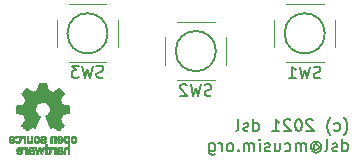
<source format=gbo>
G04 #@! TF.GenerationSoftware,KiCad,Pcbnew,5.1.9*
G04 #@! TF.CreationDate,2021-04-02T18:31:15+02:00*
G04 #@! TF.ProjectId,xling,786c696e-672e-46b6-9963-61645f706362,4.1*
G04 #@! TF.SameCoordinates,Original*
G04 #@! TF.FileFunction,Legend,Bot*
G04 #@! TF.FilePolarity,Positive*
%FSLAX46Y46*%
G04 Gerber Fmt 4.6, Leading zero omitted, Abs format (unit mm)*
G04 Created by KiCad (PCBNEW 5.1.9) date 2021-04-02 18:31:15*
%MOMM*%
%LPD*%
G01*
G04 APERTURE LIST*
%ADD10C,0.200000*%
%ADD11C,0.010000*%
%ADD12C,0.120000*%
%ADD13C,0.150000*%
G04 APERTURE END LIST*
D10*
X82213690Y-83346133D02*
X82261309Y-83298514D01*
X82356547Y-83155657D01*
X82404166Y-83060419D01*
X82451785Y-82917561D01*
X82499404Y-82679466D01*
X82499404Y-82488990D01*
X82451785Y-82250895D01*
X82404166Y-82108038D01*
X82356547Y-82012800D01*
X82261309Y-81869942D01*
X82213690Y-81822323D01*
X81404166Y-82917561D02*
X81499404Y-82965180D01*
X81689880Y-82965180D01*
X81785119Y-82917561D01*
X81832738Y-82869942D01*
X81880357Y-82774704D01*
X81880357Y-82488990D01*
X81832738Y-82393752D01*
X81785119Y-82346133D01*
X81689880Y-82298514D01*
X81499404Y-82298514D01*
X81404166Y-82346133D01*
X81070833Y-83346133D02*
X81023214Y-83298514D01*
X80927976Y-83155657D01*
X80880357Y-83060419D01*
X80832738Y-82917561D01*
X80785119Y-82679466D01*
X80785119Y-82488990D01*
X80832738Y-82250895D01*
X80880357Y-82108038D01*
X80927976Y-82012800D01*
X81023214Y-81869942D01*
X81070833Y-81822323D01*
X79594642Y-82060419D02*
X79547023Y-82012800D01*
X79451785Y-81965180D01*
X79213690Y-81965180D01*
X79118452Y-82012800D01*
X79070833Y-82060419D01*
X79023214Y-82155657D01*
X79023214Y-82250895D01*
X79070833Y-82393752D01*
X79642261Y-82965180D01*
X79023214Y-82965180D01*
X78404166Y-81965180D02*
X78308928Y-81965180D01*
X78213690Y-82012800D01*
X78166071Y-82060419D01*
X78118452Y-82155657D01*
X78070833Y-82346133D01*
X78070833Y-82584228D01*
X78118452Y-82774704D01*
X78166071Y-82869942D01*
X78213690Y-82917561D01*
X78308928Y-82965180D01*
X78404166Y-82965180D01*
X78499404Y-82917561D01*
X78547023Y-82869942D01*
X78594642Y-82774704D01*
X78642261Y-82584228D01*
X78642261Y-82346133D01*
X78594642Y-82155657D01*
X78547023Y-82060419D01*
X78499404Y-82012800D01*
X78404166Y-81965180D01*
X77689880Y-82060419D02*
X77642261Y-82012800D01*
X77547023Y-81965180D01*
X77308928Y-81965180D01*
X77213690Y-82012800D01*
X77166071Y-82060419D01*
X77118452Y-82155657D01*
X77118452Y-82250895D01*
X77166071Y-82393752D01*
X77737500Y-82965180D01*
X77118452Y-82965180D01*
X76166071Y-82965180D02*
X76737500Y-82965180D01*
X76451785Y-82965180D02*
X76451785Y-81965180D01*
X76547023Y-82108038D01*
X76642261Y-82203276D01*
X76737500Y-82250895D01*
X74547023Y-82965180D02*
X74547023Y-81965180D01*
X74547023Y-82917561D02*
X74642261Y-82965180D01*
X74832738Y-82965180D01*
X74927976Y-82917561D01*
X74975595Y-82869942D01*
X75023214Y-82774704D01*
X75023214Y-82488990D01*
X74975595Y-82393752D01*
X74927976Y-82346133D01*
X74832738Y-82298514D01*
X74642261Y-82298514D01*
X74547023Y-82346133D01*
X74118452Y-82917561D02*
X74023214Y-82965180D01*
X73832738Y-82965180D01*
X73737500Y-82917561D01*
X73689880Y-82822323D01*
X73689880Y-82774704D01*
X73737500Y-82679466D01*
X73832738Y-82631847D01*
X73975595Y-82631847D01*
X74070833Y-82584228D01*
X74118452Y-82488990D01*
X74118452Y-82441371D01*
X74070833Y-82346133D01*
X73975595Y-82298514D01*
X73832738Y-82298514D01*
X73737500Y-82346133D01*
X73118452Y-82965180D02*
X73213690Y-82917561D01*
X73261309Y-82822323D01*
X73261309Y-81965180D01*
X82070833Y-84665180D02*
X82070833Y-83665180D01*
X82070833Y-84617561D02*
X82166071Y-84665180D01*
X82356547Y-84665180D01*
X82451785Y-84617561D01*
X82499404Y-84569942D01*
X82547023Y-84474704D01*
X82547023Y-84188990D01*
X82499404Y-84093752D01*
X82451785Y-84046133D01*
X82356547Y-83998514D01*
X82166071Y-83998514D01*
X82070833Y-84046133D01*
X81642261Y-84617561D02*
X81547023Y-84665180D01*
X81356547Y-84665180D01*
X81261309Y-84617561D01*
X81213690Y-84522323D01*
X81213690Y-84474704D01*
X81261309Y-84379466D01*
X81356547Y-84331847D01*
X81499404Y-84331847D01*
X81594642Y-84284228D01*
X81642261Y-84188990D01*
X81642261Y-84141371D01*
X81594642Y-84046133D01*
X81499404Y-83998514D01*
X81356547Y-83998514D01*
X81261309Y-84046133D01*
X80642261Y-84665180D02*
X80737500Y-84617561D01*
X80785119Y-84522323D01*
X80785119Y-83665180D01*
X79642261Y-84188990D02*
X79689880Y-84141371D01*
X79785119Y-84093752D01*
X79880357Y-84093752D01*
X79975595Y-84141371D01*
X80023214Y-84188990D01*
X80070833Y-84284228D01*
X80070833Y-84379466D01*
X80023214Y-84474704D01*
X79975595Y-84522323D01*
X79880357Y-84569942D01*
X79785119Y-84569942D01*
X79689880Y-84522323D01*
X79642261Y-84474704D01*
X79642261Y-84093752D02*
X79642261Y-84474704D01*
X79594642Y-84522323D01*
X79547023Y-84522323D01*
X79451785Y-84474704D01*
X79404166Y-84379466D01*
X79404166Y-84141371D01*
X79499404Y-83998514D01*
X79642261Y-83903276D01*
X79832738Y-83855657D01*
X80023214Y-83903276D01*
X80166071Y-83998514D01*
X80261309Y-84141371D01*
X80308928Y-84331847D01*
X80261309Y-84522323D01*
X80166071Y-84665180D01*
X80023214Y-84760419D01*
X79832738Y-84808038D01*
X79642261Y-84760419D01*
X79499404Y-84665180D01*
X78975595Y-84665180D02*
X78975595Y-83998514D01*
X78975595Y-84093752D02*
X78927976Y-84046133D01*
X78832738Y-83998514D01*
X78689880Y-83998514D01*
X78594642Y-84046133D01*
X78547023Y-84141371D01*
X78547023Y-84665180D01*
X78547023Y-84141371D02*
X78499404Y-84046133D01*
X78404166Y-83998514D01*
X78261309Y-83998514D01*
X78166071Y-84046133D01*
X78118452Y-84141371D01*
X78118452Y-84665180D01*
X77213690Y-84617561D02*
X77308928Y-84665180D01*
X77499404Y-84665180D01*
X77594642Y-84617561D01*
X77642261Y-84569942D01*
X77689880Y-84474704D01*
X77689880Y-84188990D01*
X77642261Y-84093752D01*
X77594642Y-84046133D01*
X77499404Y-83998514D01*
X77308928Y-83998514D01*
X77213690Y-84046133D01*
X76356547Y-83998514D02*
X76356547Y-84665180D01*
X76785119Y-83998514D02*
X76785119Y-84522323D01*
X76737500Y-84617561D01*
X76642261Y-84665180D01*
X76499404Y-84665180D01*
X76404166Y-84617561D01*
X76356547Y-84569942D01*
X75927976Y-84617561D02*
X75832738Y-84665180D01*
X75642261Y-84665180D01*
X75547023Y-84617561D01*
X75499404Y-84522323D01*
X75499404Y-84474704D01*
X75547023Y-84379466D01*
X75642261Y-84331847D01*
X75785119Y-84331847D01*
X75880357Y-84284228D01*
X75927976Y-84188990D01*
X75927976Y-84141371D01*
X75880357Y-84046133D01*
X75785119Y-83998514D01*
X75642261Y-83998514D01*
X75547023Y-84046133D01*
X75070833Y-84665180D02*
X75070833Y-83998514D01*
X75070833Y-83665180D02*
X75118452Y-83712800D01*
X75070833Y-83760419D01*
X75023214Y-83712800D01*
X75070833Y-83665180D01*
X75070833Y-83760419D01*
X74594642Y-84665180D02*
X74594642Y-83998514D01*
X74594642Y-84093752D02*
X74547023Y-84046133D01*
X74451785Y-83998514D01*
X74308928Y-83998514D01*
X74213690Y-84046133D01*
X74166071Y-84141371D01*
X74166071Y-84665180D01*
X74166071Y-84141371D02*
X74118452Y-84046133D01*
X74023214Y-83998514D01*
X73880357Y-83998514D01*
X73785119Y-84046133D01*
X73737500Y-84141371D01*
X73737500Y-84665180D01*
X73261309Y-84569942D02*
X73213690Y-84617561D01*
X73261309Y-84665180D01*
X73308928Y-84617561D01*
X73261309Y-84569942D01*
X73261309Y-84665180D01*
X72642261Y-84665180D02*
X72737500Y-84617561D01*
X72785119Y-84569942D01*
X72832738Y-84474704D01*
X72832738Y-84188990D01*
X72785119Y-84093752D01*
X72737500Y-84046133D01*
X72642261Y-83998514D01*
X72499404Y-83998514D01*
X72404166Y-84046133D01*
X72356547Y-84093752D01*
X72308928Y-84188990D01*
X72308928Y-84474704D01*
X72356547Y-84569942D01*
X72404166Y-84617561D01*
X72499404Y-84665180D01*
X72642261Y-84665180D01*
X71880357Y-84665180D02*
X71880357Y-83998514D01*
X71880357Y-84188990D02*
X71832738Y-84093752D01*
X71785119Y-84046133D01*
X71689880Y-83998514D01*
X71594642Y-83998514D01*
X70832738Y-83998514D02*
X70832738Y-84808038D01*
X70880357Y-84903276D01*
X70927976Y-84950895D01*
X71023214Y-84998514D01*
X71166071Y-84998514D01*
X71261309Y-84950895D01*
X70832738Y-84617561D02*
X70927976Y-84665180D01*
X71118452Y-84665180D01*
X71213690Y-84617561D01*
X71261309Y-84569942D01*
X71308928Y-84474704D01*
X71308928Y-84188990D01*
X71261309Y-84093752D01*
X71213690Y-84046133D01*
X71118452Y-83998514D01*
X70927976Y-83998514D01*
X70832738Y-84046133D01*
D11*
G36*
X58614259Y-83384184D02*
G01*
X58587747Y-83397282D01*
X58555053Y-83420106D01*
X58531225Y-83444996D01*
X58514906Y-83476249D01*
X58504740Y-83518166D01*
X58499372Y-83575044D01*
X58497444Y-83651184D01*
X58497331Y-83683917D01*
X58497661Y-83755656D01*
X58499027Y-83806927D01*
X58502000Y-83842404D01*
X58507149Y-83866763D01*
X58515043Y-83884680D01*
X58523257Y-83896902D01*
X58575687Y-83948905D01*
X58637430Y-83980184D01*
X58704036Y-83989592D01*
X58771058Y-83975980D01*
X58792292Y-83966354D01*
X58843124Y-83939859D01*
X58843124Y-84355052D01*
X58806025Y-84335868D01*
X58757143Y-84321025D01*
X58697061Y-84317222D01*
X58637064Y-84324243D01*
X58591756Y-84340013D01*
X58554175Y-84370047D01*
X58522064Y-84413024D01*
X58519650Y-84417436D01*
X58509467Y-84438221D01*
X58502030Y-84459170D01*
X58496911Y-84484548D01*
X58493681Y-84518618D01*
X58491913Y-84565641D01*
X58491177Y-84629882D01*
X58491044Y-84702176D01*
X58491044Y-84932822D01*
X58629361Y-84932822D01*
X58629361Y-84507533D01*
X58668049Y-84474979D01*
X58708238Y-84448940D01*
X58746297Y-84444205D01*
X58784566Y-84456389D01*
X58804962Y-84468320D01*
X58820142Y-84485313D01*
X58830938Y-84510995D01*
X58838183Y-84548991D01*
X58842708Y-84602926D01*
X58845344Y-84676425D01*
X58846272Y-84725347D01*
X58849411Y-84926535D01*
X58915426Y-84930336D01*
X58981440Y-84934136D01*
X58981440Y-83685650D01*
X58843124Y-83685650D01*
X58839597Y-83755254D01*
X58827715Y-83803569D01*
X58805520Y-83833631D01*
X58771059Y-83848471D01*
X58736242Y-83851436D01*
X58696829Y-83848028D01*
X58670671Y-83834617D01*
X58654314Y-83816896D01*
X58641437Y-83797835D01*
X58633772Y-83776601D01*
X58630361Y-83746849D01*
X58630249Y-83702236D01*
X58631397Y-83664880D01*
X58634032Y-83608604D01*
X58637956Y-83571658D01*
X58644563Y-83548223D01*
X58655249Y-83532480D01*
X58665333Y-83523380D01*
X58707470Y-83503537D01*
X58757340Y-83500332D01*
X58785976Y-83507168D01*
X58814328Y-83531464D01*
X58833109Y-83578728D01*
X58842212Y-83648624D01*
X58843124Y-83685650D01*
X58981440Y-83685650D01*
X58981440Y-83373614D01*
X58912282Y-83373614D01*
X58870760Y-83375256D01*
X58849338Y-83381087D01*
X58843126Y-83392461D01*
X58843124Y-83392798D01*
X58840242Y-83403938D01*
X58827530Y-83402673D01*
X58802257Y-83390433D01*
X58743369Y-83371707D01*
X58677115Y-83369739D01*
X58614259Y-83384184D01*
G37*
X58614259Y-83384184D02*
X58587747Y-83397282D01*
X58555053Y-83420106D01*
X58531225Y-83444996D01*
X58514906Y-83476249D01*
X58504740Y-83518166D01*
X58499372Y-83575044D01*
X58497444Y-83651184D01*
X58497331Y-83683917D01*
X58497661Y-83755656D01*
X58499027Y-83806927D01*
X58502000Y-83842404D01*
X58507149Y-83866763D01*
X58515043Y-83884680D01*
X58523257Y-83896902D01*
X58575687Y-83948905D01*
X58637430Y-83980184D01*
X58704036Y-83989592D01*
X58771058Y-83975980D01*
X58792292Y-83966354D01*
X58843124Y-83939859D01*
X58843124Y-84355052D01*
X58806025Y-84335868D01*
X58757143Y-84321025D01*
X58697061Y-84317222D01*
X58637064Y-84324243D01*
X58591756Y-84340013D01*
X58554175Y-84370047D01*
X58522064Y-84413024D01*
X58519650Y-84417436D01*
X58509467Y-84438221D01*
X58502030Y-84459170D01*
X58496911Y-84484548D01*
X58493681Y-84518618D01*
X58491913Y-84565641D01*
X58491177Y-84629882D01*
X58491044Y-84702176D01*
X58491044Y-84932822D01*
X58629361Y-84932822D01*
X58629361Y-84507533D01*
X58668049Y-84474979D01*
X58708238Y-84448940D01*
X58746297Y-84444205D01*
X58784566Y-84456389D01*
X58804962Y-84468320D01*
X58820142Y-84485313D01*
X58830938Y-84510995D01*
X58838183Y-84548991D01*
X58842708Y-84602926D01*
X58845344Y-84676425D01*
X58846272Y-84725347D01*
X58849411Y-84926535D01*
X58915426Y-84930336D01*
X58981440Y-84934136D01*
X58981440Y-83685650D01*
X58843124Y-83685650D01*
X58839597Y-83755254D01*
X58827715Y-83803569D01*
X58805520Y-83833631D01*
X58771059Y-83848471D01*
X58736242Y-83851436D01*
X58696829Y-83848028D01*
X58670671Y-83834617D01*
X58654314Y-83816896D01*
X58641437Y-83797835D01*
X58633772Y-83776601D01*
X58630361Y-83746849D01*
X58630249Y-83702236D01*
X58631397Y-83664880D01*
X58634032Y-83608604D01*
X58637956Y-83571658D01*
X58644563Y-83548223D01*
X58655249Y-83532480D01*
X58665333Y-83523380D01*
X58707470Y-83503537D01*
X58757340Y-83500332D01*
X58785976Y-83507168D01*
X58814328Y-83531464D01*
X58833109Y-83578728D01*
X58842212Y-83648624D01*
X58843124Y-83685650D01*
X58981440Y-83685650D01*
X58981440Y-83373614D01*
X58912282Y-83373614D01*
X58870760Y-83375256D01*
X58849338Y-83381087D01*
X58843126Y-83392461D01*
X58843124Y-83392798D01*
X58840242Y-83403938D01*
X58827530Y-83402673D01*
X58802257Y-83390433D01*
X58743369Y-83371707D01*
X58677115Y-83369739D01*
X58614259Y-83384184D01*
G36*
X58089710Y-84321555D02*
G01*
X58030555Y-84337339D01*
X57985523Y-84365948D01*
X57953746Y-84403419D01*
X57943866Y-84419411D01*
X57936573Y-84436163D01*
X57931474Y-84457592D01*
X57928179Y-84487616D01*
X57926297Y-84530154D01*
X57925437Y-84589122D01*
X57925207Y-84668440D01*
X57925203Y-84689484D01*
X57925203Y-84932822D01*
X57985559Y-84932822D01*
X58024057Y-84930126D01*
X58052523Y-84923295D01*
X58059655Y-84919083D01*
X58079152Y-84911813D01*
X58099066Y-84919083D01*
X58131853Y-84928160D01*
X58179478Y-84931813D01*
X58232264Y-84930228D01*
X58280536Y-84923589D01*
X58308718Y-84915072D01*
X58363253Y-84880063D01*
X58397335Y-84831479D01*
X58412657Y-84766882D01*
X58412799Y-84765223D01*
X58411455Y-84736566D01*
X58289856Y-84736566D01*
X58279226Y-84769161D01*
X58261910Y-84787505D01*
X58227152Y-84801379D01*
X58181273Y-84806917D01*
X58134488Y-84804191D01*
X58097014Y-84793274D01*
X58086515Y-84786269D01*
X58068168Y-84753904D01*
X58063520Y-84717111D01*
X58063520Y-84668763D01*
X58133082Y-84668763D01*
X58199167Y-84673850D01*
X58249264Y-84688263D01*
X58280429Y-84710729D01*
X58289856Y-84736566D01*
X58411455Y-84736566D01*
X58409487Y-84694647D01*
X58386210Y-84638845D01*
X58342448Y-84596647D01*
X58336399Y-84592808D01*
X58310407Y-84580309D01*
X58278235Y-84572740D01*
X58233260Y-84569061D01*
X58179831Y-84568216D01*
X58063520Y-84568169D01*
X58063520Y-84519411D01*
X58068453Y-84481581D01*
X58081043Y-84456236D01*
X58082517Y-84454887D01*
X58110534Y-84443800D01*
X58152826Y-84439503D01*
X58199564Y-84441615D01*
X58240918Y-84449756D01*
X58265457Y-84461965D01*
X58278753Y-84471746D01*
X58292794Y-84473613D01*
X58312171Y-84465600D01*
X58341476Y-84445739D01*
X58385303Y-84412063D01*
X58389325Y-84408909D01*
X58387264Y-84397236D01*
X58370068Y-84377822D01*
X58343933Y-84356248D01*
X58315052Y-84338096D01*
X58305978Y-84333809D01*
X58272880Y-84325256D01*
X58224380Y-84319155D01*
X58170195Y-84316708D01*
X58167661Y-84316703D01*
X58089710Y-84321555D01*
G37*
X58089710Y-84321555D02*
X58030555Y-84337339D01*
X57985523Y-84365948D01*
X57953746Y-84403419D01*
X57943866Y-84419411D01*
X57936573Y-84436163D01*
X57931474Y-84457592D01*
X57928179Y-84487616D01*
X57926297Y-84530154D01*
X57925437Y-84589122D01*
X57925207Y-84668440D01*
X57925203Y-84689484D01*
X57925203Y-84932822D01*
X57985559Y-84932822D01*
X58024057Y-84930126D01*
X58052523Y-84923295D01*
X58059655Y-84919083D01*
X58079152Y-84911813D01*
X58099066Y-84919083D01*
X58131853Y-84928160D01*
X58179478Y-84931813D01*
X58232264Y-84930228D01*
X58280536Y-84923589D01*
X58308718Y-84915072D01*
X58363253Y-84880063D01*
X58397335Y-84831479D01*
X58412657Y-84766882D01*
X58412799Y-84765223D01*
X58411455Y-84736566D01*
X58289856Y-84736566D01*
X58279226Y-84769161D01*
X58261910Y-84787505D01*
X58227152Y-84801379D01*
X58181273Y-84806917D01*
X58134488Y-84804191D01*
X58097014Y-84793274D01*
X58086515Y-84786269D01*
X58068168Y-84753904D01*
X58063520Y-84717111D01*
X58063520Y-84668763D01*
X58133082Y-84668763D01*
X58199167Y-84673850D01*
X58249264Y-84688263D01*
X58280429Y-84710729D01*
X58289856Y-84736566D01*
X58411455Y-84736566D01*
X58409487Y-84694647D01*
X58386210Y-84638845D01*
X58342448Y-84596647D01*
X58336399Y-84592808D01*
X58310407Y-84580309D01*
X58278235Y-84572740D01*
X58233260Y-84569061D01*
X58179831Y-84568216D01*
X58063520Y-84568169D01*
X58063520Y-84519411D01*
X58068453Y-84481581D01*
X58081043Y-84456236D01*
X58082517Y-84454887D01*
X58110534Y-84443800D01*
X58152826Y-84439503D01*
X58199564Y-84441615D01*
X58240918Y-84449756D01*
X58265457Y-84461965D01*
X58278753Y-84471746D01*
X58292794Y-84473613D01*
X58312171Y-84465600D01*
X58341476Y-84445739D01*
X58385303Y-84412063D01*
X58389325Y-84408909D01*
X58387264Y-84397236D01*
X58370068Y-84377822D01*
X58343933Y-84356248D01*
X58315052Y-84338096D01*
X58305978Y-84333809D01*
X58272880Y-84325256D01*
X58224380Y-84319155D01*
X58170195Y-84316708D01*
X58167661Y-84316703D01*
X58089710Y-84321555D01*
G36*
X57698856Y-84318020D02*
G01*
X57680039Y-84323660D01*
X57673973Y-84336053D01*
X57673718Y-84341647D01*
X57672629Y-84357230D01*
X57665132Y-84359676D01*
X57644881Y-84348993D01*
X57632851Y-84341694D01*
X57594900Y-84326063D01*
X57549572Y-84318334D01*
X57502044Y-84317740D01*
X57457495Y-84323513D01*
X57421102Y-84334884D01*
X57398043Y-84351088D01*
X57393496Y-84371355D01*
X57395791Y-84376843D01*
X57412520Y-84399626D01*
X57438463Y-84427647D01*
X57443155Y-84432177D01*
X57467883Y-84453005D01*
X57489218Y-84459735D01*
X57519055Y-84455038D01*
X57531008Y-84451917D01*
X57568205Y-84444421D01*
X57594359Y-84447792D01*
X57616446Y-84459681D01*
X57636678Y-84475635D01*
X57651579Y-84495700D01*
X57661934Y-84523702D01*
X57668529Y-84563467D01*
X57672149Y-84618823D01*
X57673578Y-84693594D01*
X57673718Y-84738740D01*
X57673718Y-84932822D01*
X57799460Y-84932822D01*
X57799460Y-84316683D01*
X57736589Y-84316683D01*
X57698856Y-84318020D01*
G37*
X57698856Y-84318020D02*
X57680039Y-84323660D01*
X57673973Y-84336053D01*
X57673718Y-84341647D01*
X57672629Y-84357230D01*
X57665132Y-84359676D01*
X57644881Y-84348993D01*
X57632851Y-84341694D01*
X57594900Y-84326063D01*
X57549572Y-84318334D01*
X57502044Y-84317740D01*
X57457495Y-84323513D01*
X57421102Y-84334884D01*
X57398043Y-84351088D01*
X57393496Y-84371355D01*
X57395791Y-84376843D01*
X57412520Y-84399626D01*
X57438463Y-84427647D01*
X57443155Y-84432177D01*
X57467883Y-84453005D01*
X57489218Y-84459735D01*
X57519055Y-84455038D01*
X57531008Y-84451917D01*
X57568205Y-84444421D01*
X57594359Y-84447792D01*
X57616446Y-84459681D01*
X57636678Y-84475635D01*
X57651579Y-84495700D01*
X57661934Y-84523702D01*
X57668529Y-84563467D01*
X57672149Y-84618823D01*
X57673578Y-84693594D01*
X57673718Y-84738740D01*
X57673718Y-84932822D01*
X57799460Y-84932822D01*
X57799460Y-84316683D01*
X57736589Y-84316683D01*
X57698856Y-84318020D01*
G36*
X56906688Y-84932822D02*
G01*
X56975846Y-84932822D01*
X57015988Y-84931645D01*
X57036894Y-84926772D01*
X57044422Y-84916186D01*
X57045005Y-84909029D01*
X57046274Y-84894676D01*
X57054279Y-84891923D01*
X57075315Y-84900771D01*
X57091673Y-84909029D01*
X57154477Y-84928597D01*
X57222748Y-84929729D01*
X57278252Y-84915135D01*
X57329938Y-84879877D01*
X57369338Y-84827835D01*
X57390913Y-84766450D01*
X57391462Y-84763018D01*
X57394667Y-84725571D01*
X57396261Y-84671813D01*
X57396133Y-84631155D01*
X57258779Y-84631155D01*
X57255597Y-84685194D01*
X57248359Y-84729735D01*
X57238560Y-84754888D01*
X57201489Y-84789260D01*
X57157474Y-84801582D01*
X57112084Y-84791618D01*
X57073297Y-84761895D01*
X57058608Y-84741905D01*
X57050019Y-84718050D01*
X57045996Y-84683230D01*
X57045005Y-84630930D01*
X57046778Y-84579139D01*
X57051463Y-84533634D01*
X57058103Y-84503181D01*
X57059210Y-84500452D01*
X57085991Y-84468000D01*
X57125079Y-84450183D01*
X57168815Y-84447306D01*
X57209538Y-84459674D01*
X57239587Y-84487593D01*
X57242704Y-84493148D01*
X57252461Y-84527022D01*
X57257777Y-84575728D01*
X57258779Y-84631155D01*
X57396133Y-84631155D01*
X57396068Y-84610540D01*
X57395164Y-84577563D01*
X57389014Y-84495981D01*
X57376233Y-84434730D01*
X57354971Y-84389449D01*
X57323378Y-84355779D01*
X57292707Y-84336014D01*
X57249854Y-84322120D01*
X57196556Y-84317354D01*
X57141980Y-84321236D01*
X57095292Y-84333282D01*
X57070624Y-84347693D01*
X57045005Y-84370878D01*
X57045005Y-84077773D01*
X56906688Y-84077773D01*
X56906688Y-84932822D01*
G37*
X56906688Y-84932822D02*
X56975846Y-84932822D01*
X57015988Y-84931645D01*
X57036894Y-84926772D01*
X57044422Y-84916186D01*
X57045005Y-84909029D01*
X57046274Y-84894676D01*
X57054279Y-84891923D01*
X57075315Y-84900771D01*
X57091673Y-84909029D01*
X57154477Y-84928597D01*
X57222748Y-84929729D01*
X57278252Y-84915135D01*
X57329938Y-84879877D01*
X57369338Y-84827835D01*
X57390913Y-84766450D01*
X57391462Y-84763018D01*
X57394667Y-84725571D01*
X57396261Y-84671813D01*
X57396133Y-84631155D01*
X57258779Y-84631155D01*
X57255597Y-84685194D01*
X57248359Y-84729735D01*
X57238560Y-84754888D01*
X57201489Y-84789260D01*
X57157474Y-84801582D01*
X57112084Y-84791618D01*
X57073297Y-84761895D01*
X57058608Y-84741905D01*
X57050019Y-84718050D01*
X57045996Y-84683230D01*
X57045005Y-84630930D01*
X57046778Y-84579139D01*
X57051463Y-84533634D01*
X57058103Y-84503181D01*
X57059210Y-84500452D01*
X57085991Y-84468000D01*
X57125079Y-84450183D01*
X57168815Y-84447306D01*
X57209538Y-84459674D01*
X57239587Y-84487593D01*
X57242704Y-84493148D01*
X57252461Y-84527022D01*
X57257777Y-84575728D01*
X57258779Y-84631155D01*
X57396133Y-84631155D01*
X57396068Y-84610540D01*
X57395164Y-84577563D01*
X57389014Y-84495981D01*
X57376233Y-84434730D01*
X57354971Y-84389449D01*
X57323378Y-84355779D01*
X57292707Y-84336014D01*
X57249854Y-84322120D01*
X57196556Y-84317354D01*
X57141980Y-84321236D01*
X57095292Y-84333282D01*
X57070624Y-84347693D01*
X57045005Y-84370878D01*
X57045005Y-84077773D01*
X56906688Y-84077773D01*
X56906688Y-84932822D01*
G36*
X56423976Y-84319237D02*
G01*
X56374245Y-84322971D01*
X56244209Y-84712773D01*
X56223822Y-84643614D01*
X56211554Y-84600874D01*
X56195415Y-84543115D01*
X56177988Y-84479625D01*
X56168774Y-84445570D01*
X56134112Y-84316683D01*
X55991109Y-84316683D01*
X56033854Y-84451857D01*
X56054904Y-84518342D01*
X56080333Y-84598539D01*
X56106890Y-84682193D01*
X56130598Y-84756782D01*
X56184598Y-84926535D01*
X56242902Y-84930328D01*
X56301205Y-84934122D01*
X56332821Y-84829734D01*
X56352318Y-84764889D01*
X56373596Y-84693400D01*
X56392192Y-84630263D01*
X56392926Y-84627750D01*
X56406816Y-84584969D01*
X56419071Y-84555779D01*
X56427654Y-84544741D01*
X56429418Y-84546018D01*
X56435609Y-84563130D01*
X56447372Y-84599787D01*
X56463275Y-84651378D01*
X56481886Y-84713294D01*
X56491957Y-84747352D01*
X56546493Y-84932822D01*
X56662236Y-84932822D01*
X56754763Y-84640471D01*
X56780756Y-84558462D01*
X56804434Y-84483987D01*
X56824680Y-84420544D01*
X56840374Y-84371632D01*
X56850398Y-84340749D01*
X56853445Y-84331726D01*
X56851033Y-84322487D01*
X56832092Y-84318441D01*
X56792677Y-84318846D01*
X56786507Y-84319152D01*
X56713414Y-84322971D01*
X56665543Y-84499010D01*
X56647947Y-84563211D01*
X56632223Y-84619649D01*
X56619754Y-84663422D01*
X56611926Y-84689630D01*
X56610480Y-84693903D01*
X56604486Y-84688990D01*
X56592399Y-84663532D01*
X56575607Y-84620997D01*
X56555497Y-84564850D01*
X56538497Y-84514130D01*
X56473706Y-84315504D01*
X56423976Y-84319237D01*
G37*
X56423976Y-84319237D02*
X56374245Y-84322971D01*
X56244209Y-84712773D01*
X56223822Y-84643614D01*
X56211554Y-84600874D01*
X56195415Y-84543115D01*
X56177988Y-84479625D01*
X56168774Y-84445570D01*
X56134112Y-84316683D01*
X55991109Y-84316683D01*
X56033854Y-84451857D01*
X56054904Y-84518342D01*
X56080333Y-84598539D01*
X56106890Y-84682193D01*
X56130598Y-84756782D01*
X56184598Y-84926535D01*
X56242902Y-84930328D01*
X56301205Y-84934122D01*
X56332821Y-84829734D01*
X56352318Y-84764889D01*
X56373596Y-84693400D01*
X56392192Y-84630263D01*
X56392926Y-84627750D01*
X56406816Y-84584969D01*
X56419071Y-84555779D01*
X56427654Y-84544741D01*
X56429418Y-84546018D01*
X56435609Y-84563130D01*
X56447372Y-84599787D01*
X56463275Y-84651378D01*
X56481886Y-84713294D01*
X56491957Y-84747352D01*
X56546493Y-84932822D01*
X56662236Y-84932822D01*
X56754763Y-84640471D01*
X56780756Y-84558462D01*
X56804434Y-84483987D01*
X56824680Y-84420544D01*
X56840374Y-84371632D01*
X56850398Y-84340749D01*
X56853445Y-84331726D01*
X56851033Y-84322487D01*
X56832092Y-84318441D01*
X56792677Y-84318846D01*
X56786507Y-84319152D01*
X56713414Y-84322971D01*
X56665543Y-84499010D01*
X56647947Y-84563211D01*
X56632223Y-84619649D01*
X56619754Y-84663422D01*
X56611926Y-84689630D01*
X56610480Y-84693903D01*
X56604486Y-84688990D01*
X56592399Y-84663532D01*
X56575607Y-84620997D01*
X56555497Y-84564850D01*
X56538497Y-84514130D01*
X56473706Y-84315504D01*
X56423976Y-84319237D01*
G36*
X55667089Y-84320417D02*
G01*
X55614089Y-84333290D01*
X55598769Y-84340110D01*
X55569072Y-84357974D01*
X55546280Y-84378093D01*
X55529417Y-84403962D01*
X55517502Y-84439073D01*
X55509558Y-84486920D01*
X55504606Y-84550996D01*
X55501669Y-84634794D01*
X55500553Y-84690768D01*
X55496448Y-84932822D01*
X55566568Y-84932822D01*
X55609107Y-84931038D01*
X55631024Y-84924942D01*
X55636688Y-84914706D01*
X55639679Y-84903637D01*
X55653049Y-84905754D01*
X55671267Y-84914629D01*
X55716876Y-84928233D01*
X55775493Y-84931899D01*
X55837146Y-84925903D01*
X55891862Y-84910521D01*
X55896770Y-84908386D01*
X55946777Y-84873255D01*
X55979744Y-84824419D01*
X55994913Y-84767333D01*
X55993754Y-84746824D01*
X55869992Y-84746824D01*
X55859087Y-84774425D01*
X55826755Y-84794204D01*
X55774590Y-84804819D01*
X55746713Y-84806228D01*
X55700253Y-84802620D01*
X55669371Y-84788597D01*
X55661836Y-84781931D01*
X55641424Y-84745666D01*
X55636688Y-84712773D01*
X55636688Y-84668763D01*
X55697987Y-84668763D01*
X55769244Y-84672395D01*
X55819224Y-84683818D01*
X55850804Y-84703824D01*
X55857874Y-84712743D01*
X55869992Y-84746824D01*
X55993754Y-84746824D01*
X55991529Y-84707456D01*
X55968837Y-84650244D01*
X55937876Y-84611580D01*
X55919124Y-84594864D01*
X55900767Y-84583878D01*
X55876881Y-84577180D01*
X55841543Y-84573326D01*
X55788831Y-84570873D01*
X55767923Y-84570168D01*
X55636688Y-84565879D01*
X55636880Y-84526158D01*
X55641963Y-84484405D01*
X55660338Y-84459158D01*
X55697461Y-84443030D01*
X55698457Y-84442742D01*
X55751090Y-84436400D01*
X55802594Y-84444684D01*
X55840870Y-84464827D01*
X55856228Y-84474773D01*
X55872770Y-84473397D01*
X55898225Y-84458987D01*
X55913172Y-84448817D01*
X55942409Y-84427088D01*
X55960520Y-84410800D01*
X55963426Y-84406137D01*
X55951460Y-84382005D01*
X55916104Y-84353185D01*
X55900747Y-84343461D01*
X55856599Y-84326714D01*
X55797102Y-84317227D01*
X55731013Y-84315095D01*
X55667089Y-84320417D01*
G37*
X55667089Y-84320417D02*
X55614089Y-84333290D01*
X55598769Y-84340110D01*
X55569072Y-84357974D01*
X55546280Y-84378093D01*
X55529417Y-84403962D01*
X55517502Y-84439073D01*
X55509558Y-84486920D01*
X55504606Y-84550996D01*
X55501669Y-84634794D01*
X55500553Y-84690768D01*
X55496448Y-84932822D01*
X55566568Y-84932822D01*
X55609107Y-84931038D01*
X55631024Y-84924942D01*
X55636688Y-84914706D01*
X55639679Y-84903637D01*
X55653049Y-84905754D01*
X55671267Y-84914629D01*
X55716876Y-84928233D01*
X55775493Y-84931899D01*
X55837146Y-84925903D01*
X55891862Y-84910521D01*
X55896770Y-84908386D01*
X55946777Y-84873255D01*
X55979744Y-84824419D01*
X55994913Y-84767333D01*
X55993754Y-84746824D01*
X55869992Y-84746824D01*
X55859087Y-84774425D01*
X55826755Y-84794204D01*
X55774590Y-84804819D01*
X55746713Y-84806228D01*
X55700253Y-84802620D01*
X55669371Y-84788597D01*
X55661836Y-84781931D01*
X55641424Y-84745666D01*
X55636688Y-84712773D01*
X55636688Y-84668763D01*
X55697987Y-84668763D01*
X55769244Y-84672395D01*
X55819224Y-84683818D01*
X55850804Y-84703824D01*
X55857874Y-84712743D01*
X55869992Y-84746824D01*
X55993754Y-84746824D01*
X55991529Y-84707456D01*
X55968837Y-84650244D01*
X55937876Y-84611580D01*
X55919124Y-84594864D01*
X55900767Y-84583878D01*
X55876881Y-84577180D01*
X55841543Y-84573326D01*
X55788831Y-84570873D01*
X55767923Y-84570168D01*
X55636688Y-84565879D01*
X55636880Y-84526158D01*
X55641963Y-84484405D01*
X55660338Y-84459158D01*
X55697461Y-84443030D01*
X55698457Y-84442742D01*
X55751090Y-84436400D01*
X55802594Y-84444684D01*
X55840870Y-84464827D01*
X55856228Y-84474773D01*
X55872770Y-84473397D01*
X55898225Y-84458987D01*
X55913172Y-84448817D01*
X55942409Y-84427088D01*
X55960520Y-84410800D01*
X55963426Y-84406137D01*
X55951460Y-84382005D01*
X55916104Y-84353185D01*
X55900747Y-84343461D01*
X55856599Y-84326714D01*
X55797102Y-84317227D01*
X55731013Y-84315095D01*
X55667089Y-84320417D01*
G36*
X55070245Y-84316486D02*
G01*
X55021905Y-84326015D01*
X54994386Y-84340125D01*
X54965436Y-84363568D01*
X55006624Y-84415571D01*
X55032018Y-84447064D01*
X55049262Y-84462428D01*
X55066398Y-84464776D01*
X55091473Y-84457217D01*
X55103243Y-84452941D01*
X55151230Y-84446631D01*
X55195176Y-84460156D01*
X55227440Y-84490710D01*
X55232681Y-84500452D01*
X55238388Y-84526258D01*
X55242794Y-84573817D01*
X55245689Y-84639758D01*
X55246869Y-84720710D01*
X55246886Y-84732226D01*
X55246886Y-84932822D01*
X55385203Y-84932822D01*
X55385203Y-84316683D01*
X55316044Y-84316683D01*
X55276167Y-84317725D01*
X55255393Y-84322358D01*
X55247711Y-84332849D01*
X55246886Y-84342745D01*
X55246886Y-84368806D01*
X55213755Y-84342745D01*
X55175765Y-84324965D01*
X55124730Y-84316174D01*
X55070245Y-84316486D01*
G37*
X55070245Y-84316486D02*
X55021905Y-84326015D01*
X54994386Y-84340125D01*
X54965436Y-84363568D01*
X55006624Y-84415571D01*
X55032018Y-84447064D01*
X55049262Y-84462428D01*
X55066398Y-84464776D01*
X55091473Y-84457217D01*
X55103243Y-84452941D01*
X55151230Y-84446631D01*
X55195176Y-84460156D01*
X55227440Y-84490710D01*
X55232681Y-84500452D01*
X55238388Y-84526258D01*
X55242794Y-84573817D01*
X55245689Y-84639758D01*
X55246869Y-84720710D01*
X55246886Y-84732226D01*
X55246886Y-84932822D01*
X55385203Y-84932822D01*
X55385203Y-84316683D01*
X55316044Y-84316683D01*
X55276167Y-84317725D01*
X55255393Y-84322358D01*
X55247711Y-84332849D01*
X55246886Y-84342745D01*
X55246886Y-84368806D01*
X55213755Y-84342745D01*
X55175765Y-84324965D01*
X55124730Y-84316174D01*
X55070245Y-84316486D01*
G36*
X54672919Y-84319970D02*
G01*
X54612815Y-84335597D01*
X54562479Y-84367848D01*
X54538107Y-84391940D01*
X54498155Y-84448895D01*
X54475258Y-84514965D01*
X54467392Y-84596182D01*
X54467352Y-84602748D01*
X54467282Y-84668763D01*
X54847236Y-84668763D01*
X54839137Y-84703342D01*
X54824513Y-84734659D01*
X54798919Y-84767291D01*
X54793565Y-84772500D01*
X54747557Y-84800694D01*
X54695090Y-84805475D01*
X54634697Y-84786926D01*
X54624460Y-84781931D01*
X54593061Y-84766745D01*
X54572030Y-84758094D01*
X54568361Y-84757293D01*
X54555552Y-84765063D01*
X54531122Y-84784072D01*
X54518721Y-84794460D01*
X54493024Y-84818321D01*
X54484585Y-84834077D01*
X54490442Y-84848571D01*
X54493572Y-84852534D01*
X54514775Y-84869879D01*
X54549762Y-84890959D01*
X54574163Y-84903265D01*
X54643428Y-84924946D01*
X54720112Y-84931971D01*
X54792735Y-84923647D01*
X54813074Y-84917686D01*
X54876024Y-84883952D01*
X54922685Y-84832045D01*
X54953327Y-84761459D01*
X54968218Y-84671692D01*
X54969853Y-84624753D01*
X54965079Y-84556413D01*
X54844510Y-84556413D01*
X54832848Y-84561465D01*
X54801502Y-84565429D01*
X54755929Y-84567768D01*
X54725054Y-84568169D01*
X54669519Y-84567783D01*
X54634467Y-84565975D01*
X54615238Y-84561773D01*
X54607170Y-84554203D01*
X54605599Y-84543218D01*
X54616379Y-84509381D01*
X54643520Y-84475940D01*
X54679223Y-84450272D01*
X54714940Y-84439772D01*
X54763452Y-84449086D01*
X54805447Y-84476013D01*
X54834564Y-84514827D01*
X54844510Y-84556413D01*
X54965079Y-84556413D01*
X54962901Y-84525236D01*
X54941445Y-84445949D01*
X54905030Y-84386263D01*
X54853203Y-84345549D01*
X54785510Y-84323179D01*
X54748838Y-84318871D01*
X54672919Y-84319970D01*
G37*
X54672919Y-84319970D02*
X54612815Y-84335597D01*
X54562479Y-84367848D01*
X54538107Y-84391940D01*
X54498155Y-84448895D01*
X54475258Y-84514965D01*
X54467392Y-84596182D01*
X54467352Y-84602748D01*
X54467282Y-84668763D01*
X54847236Y-84668763D01*
X54839137Y-84703342D01*
X54824513Y-84734659D01*
X54798919Y-84767291D01*
X54793565Y-84772500D01*
X54747557Y-84800694D01*
X54695090Y-84805475D01*
X54634697Y-84786926D01*
X54624460Y-84781931D01*
X54593061Y-84766745D01*
X54572030Y-84758094D01*
X54568361Y-84757293D01*
X54555552Y-84765063D01*
X54531122Y-84784072D01*
X54518721Y-84794460D01*
X54493024Y-84818321D01*
X54484585Y-84834077D01*
X54490442Y-84848571D01*
X54493572Y-84852534D01*
X54514775Y-84869879D01*
X54549762Y-84890959D01*
X54574163Y-84903265D01*
X54643428Y-84924946D01*
X54720112Y-84931971D01*
X54792735Y-84923647D01*
X54813074Y-84917686D01*
X54876024Y-84883952D01*
X54922685Y-84832045D01*
X54953327Y-84761459D01*
X54968218Y-84671692D01*
X54969853Y-84624753D01*
X54965079Y-84556413D01*
X54844510Y-84556413D01*
X54832848Y-84561465D01*
X54801502Y-84565429D01*
X54755929Y-84567768D01*
X54725054Y-84568169D01*
X54669519Y-84567783D01*
X54634467Y-84565975D01*
X54615238Y-84561773D01*
X54607170Y-84554203D01*
X54605599Y-84543218D01*
X54616379Y-84509381D01*
X54643520Y-84475940D01*
X54679223Y-84450272D01*
X54714940Y-84439772D01*
X54763452Y-84449086D01*
X54805447Y-84476013D01*
X54834564Y-84514827D01*
X54844510Y-84556413D01*
X54965079Y-84556413D01*
X54962901Y-84525236D01*
X54941445Y-84445949D01*
X54905030Y-84386263D01*
X54853203Y-84345549D01*
X54785510Y-84323179D01*
X54748838Y-84318871D01*
X54672919Y-84319970D01*
G36*
X59243761Y-83380148D02*
G01*
X59177979Y-83409231D01*
X59128040Y-83457793D01*
X59093874Y-83525908D01*
X59075407Y-83613651D01*
X59074083Y-83627351D01*
X59073046Y-83723939D01*
X59086493Y-83808602D01*
X59113608Y-83877221D01*
X59128127Y-83899294D01*
X59178701Y-83946011D01*
X59243109Y-83976268D01*
X59315166Y-83988824D01*
X59388685Y-83982439D01*
X59444572Y-83962772D01*
X59492632Y-83929629D01*
X59531912Y-83886175D01*
X59532592Y-83885158D01*
X59548544Y-83858338D01*
X59558910Y-83831368D01*
X59565188Y-83797332D01*
X59568873Y-83749310D01*
X59570497Y-83709931D01*
X59571172Y-83674219D01*
X59445455Y-83674219D01*
X59444226Y-83709770D01*
X59439766Y-83757094D01*
X59431897Y-83787465D01*
X59417707Y-83809072D01*
X59404417Y-83821694D01*
X59357302Y-83848122D01*
X59308005Y-83851653D01*
X59262093Y-83832639D01*
X59239138Y-83811331D01*
X59222596Y-83789859D01*
X59212921Y-83769313D01*
X59208674Y-83742574D01*
X59208420Y-83702523D01*
X59209728Y-83665638D01*
X59212543Y-83612947D01*
X59217005Y-83578772D01*
X59225048Y-83556480D01*
X59238603Y-83539442D01*
X59249345Y-83529703D01*
X59294277Y-83504123D01*
X59342749Y-83502847D01*
X59383394Y-83517999D01*
X59418067Y-83549642D01*
X59438724Y-83601620D01*
X59445455Y-83674219D01*
X59571172Y-83674219D01*
X59571979Y-83631621D01*
X59569448Y-83573056D01*
X59561862Y-83529007D01*
X59548181Y-83494248D01*
X59527365Y-83463551D01*
X59519647Y-83454436D01*
X59471389Y-83409021D01*
X59419628Y-83382493D01*
X59356328Y-83371379D01*
X59325461Y-83370471D01*
X59243761Y-83380148D01*
G37*
X59243761Y-83380148D02*
X59177979Y-83409231D01*
X59128040Y-83457793D01*
X59093874Y-83525908D01*
X59075407Y-83613651D01*
X59074083Y-83627351D01*
X59073046Y-83723939D01*
X59086493Y-83808602D01*
X59113608Y-83877221D01*
X59128127Y-83899294D01*
X59178701Y-83946011D01*
X59243109Y-83976268D01*
X59315166Y-83988824D01*
X59388685Y-83982439D01*
X59444572Y-83962772D01*
X59492632Y-83929629D01*
X59531912Y-83886175D01*
X59532592Y-83885158D01*
X59548544Y-83858338D01*
X59558910Y-83831368D01*
X59565188Y-83797332D01*
X59568873Y-83749310D01*
X59570497Y-83709931D01*
X59571172Y-83674219D01*
X59445455Y-83674219D01*
X59444226Y-83709770D01*
X59439766Y-83757094D01*
X59431897Y-83787465D01*
X59417707Y-83809072D01*
X59404417Y-83821694D01*
X59357302Y-83848122D01*
X59308005Y-83851653D01*
X59262093Y-83832639D01*
X59239138Y-83811331D01*
X59222596Y-83789859D01*
X59212921Y-83769313D01*
X59208674Y-83742574D01*
X59208420Y-83702523D01*
X59209728Y-83665638D01*
X59212543Y-83612947D01*
X59217005Y-83578772D01*
X59225048Y-83556480D01*
X59238603Y-83539442D01*
X59249345Y-83529703D01*
X59294277Y-83504123D01*
X59342749Y-83502847D01*
X59383394Y-83517999D01*
X59418067Y-83549642D01*
X59438724Y-83601620D01*
X59445455Y-83674219D01*
X59571172Y-83674219D01*
X59571979Y-83631621D01*
X59569448Y-83573056D01*
X59561862Y-83529007D01*
X59548181Y-83494248D01*
X59527365Y-83463551D01*
X59519647Y-83454436D01*
X59471389Y-83409021D01*
X59419628Y-83382493D01*
X59356328Y-83371379D01*
X59325461Y-83370471D01*
X59243761Y-83380148D01*
G36*
X58062199Y-83387614D02*
G01*
X58049668Y-83393514D01*
X58006299Y-83425283D01*
X57965290Y-83471646D01*
X57934668Y-83522696D01*
X57925959Y-83546166D01*
X57918012Y-83588091D01*
X57913274Y-83638757D01*
X57912699Y-83659679D01*
X57912629Y-83725693D01*
X58292583Y-83725693D01*
X58284483Y-83760273D01*
X58264604Y-83801170D01*
X58229847Y-83836514D01*
X58188498Y-83859282D01*
X58162149Y-83864010D01*
X58126416Y-83858273D01*
X58083782Y-83843882D01*
X58069299Y-83837262D01*
X58015740Y-83810513D01*
X57970033Y-83845376D01*
X57943658Y-83868955D01*
X57929624Y-83888417D01*
X57928914Y-83894129D01*
X57941451Y-83907973D01*
X57968928Y-83929012D01*
X57993866Y-83945425D01*
X58061164Y-83974930D01*
X58136610Y-83988284D01*
X58211388Y-83984812D01*
X58270995Y-83966663D01*
X58332441Y-83927784D01*
X58376108Y-83876595D01*
X58403426Y-83810367D01*
X58415822Y-83726371D01*
X58416921Y-83687936D01*
X58412522Y-83599861D01*
X58411982Y-83597299D01*
X58286082Y-83597299D01*
X58282615Y-83605558D01*
X58268363Y-83610113D01*
X58238970Y-83612065D01*
X58190075Y-83612517D01*
X58171248Y-83612525D01*
X58113967Y-83611843D01*
X58077641Y-83609364D01*
X58058104Y-83604443D01*
X58051190Y-83596434D01*
X58050945Y-83593862D01*
X58058836Y-83573423D01*
X58078585Y-83544789D01*
X58087075Y-83534763D01*
X58118594Y-83506408D01*
X58151449Y-83495259D01*
X58169151Y-83494327D01*
X58217039Y-83505981D01*
X58257199Y-83537285D01*
X58282673Y-83582752D01*
X58283125Y-83584233D01*
X58286082Y-83597299D01*
X58411982Y-83597299D01*
X58397892Y-83530510D01*
X58371538Y-83475025D01*
X58339307Y-83435639D01*
X58279717Y-83392931D01*
X58209668Y-83370109D01*
X58135161Y-83368046D01*
X58062199Y-83387614D01*
G37*
X58062199Y-83387614D02*
X58049668Y-83393514D01*
X58006299Y-83425283D01*
X57965290Y-83471646D01*
X57934668Y-83522696D01*
X57925959Y-83546166D01*
X57918012Y-83588091D01*
X57913274Y-83638757D01*
X57912699Y-83659679D01*
X57912629Y-83725693D01*
X58292583Y-83725693D01*
X58284483Y-83760273D01*
X58264604Y-83801170D01*
X58229847Y-83836514D01*
X58188498Y-83859282D01*
X58162149Y-83864010D01*
X58126416Y-83858273D01*
X58083782Y-83843882D01*
X58069299Y-83837262D01*
X58015740Y-83810513D01*
X57970033Y-83845376D01*
X57943658Y-83868955D01*
X57929624Y-83888417D01*
X57928914Y-83894129D01*
X57941451Y-83907973D01*
X57968928Y-83929012D01*
X57993866Y-83945425D01*
X58061164Y-83974930D01*
X58136610Y-83988284D01*
X58211388Y-83984812D01*
X58270995Y-83966663D01*
X58332441Y-83927784D01*
X58376108Y-83876595D01*
X58403426Y-83810367D01*
X58415822Y-83726371D01*
X58416921Y-83687936D01*
X58412522Y-83599861D01*
X58411982Y-83597299D01*
X58286082Y-83597299D01*
X58282615Y-83605558D01*
X58268363Y-83610113D01*
X58238970Y-83612065D01*
X58190075Y-83612517D01*
X58171248Y-83612525D01*
X58113967Y-83611843D01*
X58077641Y-83609364D01*
X58058104Y-83604443D01*
X58051190Y-83596434D01*
X58050945Y-83593862D01*
X58058836Y-83573423D01*
X58078585Y-83544789D01*
X58087075Y-83534763D01*
X58118594Y-83506408D01*
X58151449Y-83495259D01*
X58169151Y-83494327D01*
X58217039Y-83505981D01*
X58257199Y-83537285D01*
X58282673Y-83582752D01*
X58283125Y-83584233D01*
X58286082Y-83597299D01*
X58411982Y-83597299D01*
X58397892Y-83530510D01*
X58371538Y-83475025D01*
X58339307Y-83435639D01*
X58279717Y-83392931D01*
X58209668Y-83370109D01*
X58135161Y-83368046D01*
X58062199Y-83387614D01*
G36*
X56691483Y-83371452D02*
G01*
X56643866Y-83380482D01*
X56594466Y-83399370D01*
X56589188Y-83401777D01*
X56551726Y-83421476D01*
X56525783Y-83439781D01*
X56517397Y-83451508D01*
X56525383Y-83470632D01*
X56544780Y-83498850D01*
X56553390Y-83509384D01*
X56588872Y-83550847D01*
X56634615Y-83523858D01*
X56678150Y-83505878D01*
X56728450Y-83496267D01*
X56776688Y-83495660D01*
X56814033Y-83504691D01*
X56822995Y-83510327D01*
X56840063Y-83536171D01*
X56842137Y-83565941D01*
X56829366Y-83589197D01*
X56821812Y-83593708D01*
X56799175Y-83599309D01*
X56759385Y-83605892D01*
X56710334Y-83612183D01*
X56701285Y-83613170D01*
X56622504Y-83626798D01*
X56565364Y-83649946D01*
X56527470Y-83684752D01*
X56506421Y-83733354D01*
X56499865Y-83792718D01*
X56508923Y-83860198D01*
X56538336Y-83913188D01*
X56588222Y-83951783D01*
X56658700Y-83976081D01*
X56736935Y-83985667D01*
X56800734Y-83985552D01*
X56852484Y-83976845D01*
X56887827Y-83964825D01*
X56932483Y-83943880D01*
X56973753Y-83919574D01*
X56988421Y-83908876D01*
X57026143Y-83878084D01*
X56980648Y-83832049D01*
X56935153Y-83786013D01*
X56883428Y-83820243D01*
X56831548Y-83845952D01*
X56776149Y-83859399D01*
X56722895Y-83860818D01*
X56677451Y-83850443D01*
X56645484Y-83828507D01*
X56635162Y-83809998D01*
X56636711Y-83780314D01*
X56662360Y-83757615D01*
X56712040Y-83741940D01*
X56766469Y-83734695D01*
X56850236Y-83720873D01*
X56912467Y-83694796D01*
X56953993Y-83655699D01*
X56975647Y-83602820D01*
X56978647Y-83540126D01*
X56963829Y-83474642D01*
X56930046Y-83425144D01*
X56876995Y-83391408D01*
X56804374Y-83373207D01*
X56750572Y-83369639D01*
X56691483Y-83371452D01*
G37*
X56691483Y-83371452D02*
X56643866Y-83380482D01*
X56594466Y-83399370D01*
X56589188Y-83401777D01*
X56551726Y-83421476D01*
X56525783Y-83439781D01*
X56517397Y-83451508D01*
X56525383Y-83470632D01*
X56544780Y-83498850D01*
X56553390Y-83509384D01*
X56588872Y-83550847D01*
X56634615Y-83523858D01*
X56678150Y-83505878D01*
X56728450Y-83496267D01*
X56776688Y-83495660D01*
X56814033Y-83504691D01*
X56822995Y-83510327D01*
X56840063Y-83536171D01*
X56842137Y-83565941D01*
X56829366Y-83589197D01*
X56821812Y-83593708D01*
X56799175Y-83599309D01*
X56759385Y-83605892D01*
X56710334Y-83612183D01*
X56701285Y-83613170D01*
X56622504Y-83626798D01*
X56565364Y-83649946D01*
X56527470Y-83684752D01*
X56506421Y-83733354D01*
X56499865Y-83792718D01*
X56508923Y-83860198D01*
X56538336Y-83913188D01*
X56588222Y-83951783D01*
X56658700Y-83976081D01*
X56736935Y-83985667D01*
X56800734Y-83985552D01*
X56852484Y-83976845D01*
X56887827Y-83964825D01*
X56932483Y-83943880D01*
X56973753Y-83919574D01*
X56988421Y-83908876D01*
X57026143Y-83878084D01*
X56980648Y-83832049D01*
X56935153Y-83786013D01*
X56883428Y-83820243D01*
X56831548Y-83845952D01*
X56776149Y-83859399D01*
X56722895Y-83860818D01*
X56677451Y-83850443D01*
X56645484Y-83828507D01*
X56635162Y-83809998D01*
X56636711Y-83780314D01*
X56662360Y-83757615D01*
X56712040Y-83741940D01*
X56766469Y-83734695D01*
X56850236Y-83720873D01*
X56912467Y-83694796D01*
X56953993Y-83655699D01*
X56975647Y-83602820D01*
X56978647Y-83540126D01*
X56963829Y-83474642D01*
X56930046Y-83425144D01*
X56876995Y-83391408D01*
X56804374Y-83373207D01*
X56750572Y-83369639D01*
X56691483Y-83371452D01*
G36*
X56094738Y-83381055D02*
G01*
X56031137Y-83415692D01*
X55981377Y-83470372D01*
X55957932Y-83514842D01*
X55947866Y-83554121D01*
X55941344Y-83610116D01*
X55938549Y-83674621D01*
X55939664Y-83739429D01*
X55944874Y-83796334D01*
X55950959Y-83826727D01*
X55971486Y-83868306D01*
X56007037Y-83912468D01*
X56049881Y-83951087D01*
X56092289Y-83976034D01*
X56093323Y-83976430D01*
X56145947Y-83987331D01*
X56208312Y-83987601D01*
X56267576Y-83977676D01*
X56290460Y-83969722D01*
X56349398Y-83936300D01*
X56391610Y-83892511D01*
X56419344Y-83834538D01*
X56434849Y-83758565D01*
X56438357Y-83718771D01*
X56437910Y-83668766D01*
X56303124Y-83668766D01*
X56298583Y-83741732D01*
X56285514Y-83797334D01*
X56264744Y-83832861D01*
X56249948Y-83843020D01*
X56212036Y-83850104D01*
X56166973Y-83848007D01*
X56128013Y-83837812D01*
X56117796Y-83832204D01*
X56090841Y-83799538D01*
X56073049Y-83749545D01*
X56065476Y-83688705D01*
X56069175Y-83623497D01*
X56077443Y-83584253D01*
X56101180Y-83538805D01*
X56138651Y-83510396D01*
X56183780Y-83500573D01*
X56230489Y-83510887D01*
X56266368Y-83536112D01*
X56285223Y-83556925D01*
X56296228Y-83577439D01*
X56301474Y-83605203D01*
X56303051Y-83647762D01*
X56303124Y-83668766D01*
X56437910Y-83668766D01*
X56437406Y-83612580D01*
X56420112Y-83525501D01*
X56386471Y-83457530D01*
X56336482Y-83408664D01*
X56270144Y-83378899D01*
X56255899Y-83375448D01*
X56170290Y-83367345D01*
X56094738Y-83381055D01*
G37*
X56094738Y-83381055D02*
X56031137Y-83415692D01*
X55981377Y-83470372D01*
X55957932Y-83514842D01*
X55947866Y-83554121D01*
X55941344Y-83610116D01*
X55938549Y-83674621D01*
X55939664Y-83739429D01*
X55944874Y-83796334D01*
X55950959Y-83826727D01*
X55971486Y-83868306D01*
X56007037Y-83912468D01*
X56049881Y-83951087D01*
X56092289Y-83976034D01*
X56093323Y-83976430D01*
X56145947Y-83987331D01*
X56208312Y-83987601D01*
X56267576Y-83977676D01*
X56290460Y-83969722D01*
X56349398Y-83936300D01*
X56391610Y-83892511D01*
X56419344Y-83834538D01*
X56434849Y-83758565D01*
X56438357Y-83718771D01*
X56437910Y-83668766D01*
X56303124Y-83668766D01*
X56298583Y-83741732D01*
X56285514Y-83797334D01*
X56264744Y-83832861D01*
X56249948Y-83843020D01*
X56212036Y-83850104D01*
X56166973Y-83848007D01*
X56128013Y-83837812D01*
X56117796Y-83832204D01*
X56090841Y-83799538D01*
X56073049Y-83749545D01*
X56065476Y-83688705D01*
X56069175Y-83623497D01*
X56077443Y-83584253D01*
X56101180Y-83538805D01*
X56138651Y-83510396D01*
X56183780Y-83500573D01*
X56230489Y-83510887D01*
X56266368Y-83536112D01*
X56285223Y-83556925D01*
X56296228Y-83577439D01*
X56301474Y-83605203D01*
X56303051Y-83647762D01*
X56303124Y-83668766D01*
X56437910Y-83668766D01*
X56437406Y-83612580D01*
X56420112Y-83525501D01*
X56386471Y-83457530D01*
X56336482Y-83408664D01*
X56270144Y-83378899D01*
X56255899Y-83375448D01*
X56170290Y-83367345D01*
X56094738Y-83381055D01*
G36*
X55712133Y-83569342D02*
G01*
X55710945Y-83661563D01*
X55706603Y-83731610D01*
X55697942Y-83782381D01*
X55683796Y-83816772D01*
X55663000Y-83837679D01*
X55634390Y-83848000D01*
X55598965Y-83850636D01*
X55561864Y-83847682D01*
X55533682Y-83836889D01*
X55513257Y-83815360D01*
X55499421Y-83780199D01*
X55491009Y-83728510D01*
X55486857Y-83657394D01*
X55485797Y-83569342D01*
X55485797Y-83373614D01*
X55347480Y-83373614D01*
X55347480Y-83977179D01*
X55416638Y-83977179D01*
X55458330Y-83975489D01*
X55479799Y-83969556D01*
X55485797Y-83958293D01*
X55489409Y-83948261D01*
X55503786Y-83950383D01*
X55532764Y-83964580D01*
X55599181Y-83986480D01*
X55669625Y-83984928D01*
X55737123Y-83961147D01*
X55769267Y-83942362D01*
X55793785Y-83922022D01*
X55811696Y-83896573D01*
X55824021Y-83862458D01*
X55831777Y-83816121D01*
X55835984Y-83754007D01*
X55837660Y-83672561D01*
X55837876Y-83609578D01*
X55837876Y-83373614D01*
X55712133Y-83373614D01*
X55712133Y-83569342D01*
G37*
X55712133Y-83569342D02*
X55710945Y-83661563D01*
X55706603Y-83731610D01*
X55697942Y-83782381D01*
X55683796Y-83816772D01*
X55663000Y-83837679D01*
X55634390Y-83848000D01*
X55598965Y-83850636D01*
X55561864Y-83847682D01*
X55533682Y-83836889D01*
X55513257Y-83815360D01*
X55499421Y-83780199D01*
X55491009Y-83728510D01*
X55486857Y-83657394D01*
X55485797Y-83569342D01*
X55485797Y-83373614D01*
X55347480Y-83373614D01*
X55347480Y-83977179D01*
X55416638Y-83977179D01*
X55458330Y-83975489D01*
X55479799Y-83969556D01*
X55485797Y-83958293D01*
X55489409Y-83948261D01*
X55503786Y-83950383D01*
X55532764Y-83964580D01*
X55599181Y-83986480D01*
X55669625Y-83984928D01*
X55737123Y-83961147D01*
X55769267Y-83942362D01*
X55793785Y-83922022D01*
X55811696Y-83896573D01*
X55824021Y-83862458D01*
X55831777Y-83816121D01*
X55835984Y-83754007D01*
X55837660Y-83672561D01*
X55837876Y-83609578D01*
X55837876Y-83373614D01*
X55712133Y-83373614D01*
X55712133Y-83569342D01*
G36*
X54488274Y-83378880D02*
G01*
X54415420Y-83409830D01*
X54392473Y-83424895D01*
X54363146Y-83448048D01*
X54344736Y-83466253D01*
X54341539Y-83472183D01*
X54350565Y-83485340D01*
X54373663Y-83507667D01*
X54392156Y-83523250D01*
X54442772Y-83563926D01*
X54482740Y-83530295D01*
X54513626Y-83508584D01*
X54543741Y-83501090D01*
X54578208Y-83502920D01*
X54632939Y-83516528D01*
X54670614Y-83544772D01*
X54693509Y-83590433D01*
X54703903Y-83656289D01*
X54703905Y-83656331D01*
X54703006Y-83729939D01*
X54689037Y-83783946D01*
X54661172Y-83820716D01*
X54642175Y-83833168D01*
X54591724Y-83848673D01*
X54537837Y-83848683D01*
X54490954Y-83833638D01*
X54479856Y-83826287D01*
X54452024Y-83807511D01*
X54430264Y-83804434D01*
X54406796Y-83818409D01*
X54380851Y-83843510D01*
X54339784Y-83885880D01*
X54385379Y-83923464D01*
X54455826Y-83965882D01*
X54535267Y-83986785D01*
X54618285Y-83985272D01*
X54672806Y-83971411D01*
X54736530Y-83937135D01*
X54787495Y-83883212D01*
X54810649Y-83845149D01*
X54829401Y-83790536D01*
X54838785Y-83721369D01*
X54838857Y-83646407D01*
X54829676Y-83574409D01*
X54811301Y-83514137D01*
X54808407Y-83507958D01*
X54765548Y-83447351D01*
X54707521Y-83403224D01*
X54638909Y-83376493D01*
X54564299Y-83368073D01*
X54488274Y-83378880D01*
G37*
X54488274Y-83378880D02*
X54415420Y-83409830D01*
X54392473Y-83424895D01*
X54363146Y-83448048D01*
X54344736Y-83466253D01*
X54341539Y-83472183D01*
X54350565Y-83485340D01*
X54373663Y-83507667D01*
X54392156Y-83523250D01*
X54442772Y-83563926D01*
X54482740Y-83530295D01*
X54513626Y-83508584D01*
X54543741Y-83501090D01*
X54578208Y-83502920D01*
X54632939Y-83516528D01*
X54670614Y-83544772D01*
X54693509Y-83590433D01*
X54703903Y-83656289D01*
X54703905Y-83656331D01*
X54703006Y-83729939D01*
X54689037Y-83783946D01*
X54661172Y-83820716D01*
X54642175Y-83833168D01*
X54591724Y-83848673D01*
X54537837Y-83848683D01*
X54490954Y-83833638D01*
X54479856Y-83826287D01*
X54452024Y-83807511D01*
X54430264Y-83804434D01*
X54406796Y-83818409D01*
X54380851Y-83843510D01*
X54339784Y-83885880D01*
X54385379Y-83923464D01*
X54455826Y-83965882D01*
X54535267Y-83986785D01*
X54618285Y-83985272D01*
X54672806Y-83971411D01*
X54736530Y-83937135D01*
X54787495Y-83883212D01*
X54810649Y-83845149D01*
X54829401Y-83790536D01*
X54838785Y-83721369D01*
X54838857Y-83646407D01*
X54829676Y-83574409D01*
X54811301Y-83514137D01*
X54808407Y-83507958D01*
X54765548Y-83447351D01*
X54707521Y-83403224D01*
X54638909Y-83376493D01*
X54564299Y-83368073D01*
X54488274Y-83378880D01*
G36*
X54027602Y-83371457D02*
G01*
X53995404Y-83379279D01*
X53933675Y-83407921D01*
X53880890Y-83451667D01*
X53844359Y-83504117D01*
X53839340Y-83515893D01*
X53832455Y-83546740D01*
X53827636Y-83592371D01*
X53825995Y-83638492D01*
X53825995Y-83725693D01*
X54008322Y-83725693D01*
X54083521Y-83725978D01*
X54136497Y-83727704D01*
X54170175Y-83732181D01*
X54187480Y-83740720D01*
X54191337Y-83754630D01*
X54184671Y-83775222D01*
X54172730Y-83799315D01*
X54139420Y-83839525D01*
X54093132Y-83859558D01*
X54036556Y-83858905D01*
X53972469Y-83837101D01*
X53917083Y-83810193D01*
X53871125Y-83846532D01*
X53825167Y-83882872D01*
X53868404Y-83922819D01*
X53926126Y-83960563D01*
X53997114Y-83983320D01*
X54073471Y-83989688D01*
X54147301Y-83978268D01*
X54159213Y-83974393D01*
X54224101Y-83940506D01*
X54272370Y-83889986D01*
X54305035Y-83821325D01*
X54323115Y-83733014D01*
X54323325Y-83731121D01*
X54324944Y-83634878D01*
X54318400Y-83600542D01*
X54190648Y-83600542D01*
X54178916Y-83605822D01*
X54147062Y-83609867D01*
X54100103Y-83612176D01*
X54070346Y-83612525D01*
X54014852Y-83612306D01*
X53980154Y-83610916D01*
X53961899Y-83607251D01*
X53955734Y-83600210D01*
X53957305Y-83588690D01*
X53958622Y-83584233D01*
X53981118Y-83542355D01*
X54016497Y-83508604D01*
X54047720Y-83493773D01*
X54089199Y-83494668D01*
X54131231Y-83513164D01*
X54166488Y-83543786D01*
X54187646Y-83581062D01*
X54190648Y-83600542D01*
X54318400Y-83600542D01*
X54308810Y-83550229D01*
X54276802Y-83479191D01*
X54230799Y-83423779D01*
X54172679Y-83386009D01*
X54104320Y-83367896D01*
X54027602Y-83371457D01*
G37*
X54027602Y-83371457D02*
X53995404Y-83379279D01*
X53933675Y-83407921D01*
X53880890Y-83451667D01*
X53844359Y-83504117D01*
X53839340Y-83515893D01*
X53832455Y-83546740D01*
X53827636Y-83592371D01*
X53825995Y-83638492D01*
X53825995Y-83725693D01*
X54008322Y-83725693D01*
X54083521Y-83725978D01*
X54136497Y-83727704D01*
X54170175Y-83732181D01*
X54187480Y-83740720D01*
X54191337Y-83754630D01*
X54184671Y-83775222D01*
X54172730Y-83799315D01*
X54139420Y-83839525D01*
X54093132Y-83859558D01*
X54036556Y-83858905D01*
X53972469Y-83837101D01*
X53917083Y-83810193D01*
X53871125Y-83846532D01*
X53825167Y-83882872D01*
X53868404Y-83922819D01*
X53926126Y-83960563D01*
X53997114Y-83983320D01*
X54073471Y-83989688D01*
X54147301Y-83978268D01*
X54159213Y-83974393D01*
X54224101Y-83940506D01*
X54272370Y-83889986D01*
X54305035Y-83821325D01*
X54323115Y-83733014D01*
X54323325Y-83731121D01*
X54324944Y-83634878D01*
X54318400Y-83600542D01*
X54190648Y-83600542D01*
X54178916Y-83605822D01*
X54147062Y-83609867D01*
X54100103Y-83612176D01*
X54070346Y-83612525D01*
X54014852Y-83612306D01*
X53980154Y-83610916D01*
X53961899Y-83607251D01*
X53955734Y-83600210D01*
X53957305Y-83588690D01*
X53958622Y-83584233D01*
X53981118Y-83542355D01*
X54016497Y-83508604D01*
X54047720Y-83493773D01*
X54089199Y-83494668D01*
X54131231Y-83513164D01*
X54166488Y-83543786D01*
X54187646Y-83581062D01*
X54190648Y-83600542D01*
X54318400Y-83600542D01*
X54308810Y-83550229D01*
X54276802Y-83479191D01*
X54230799Y-83423779D01*
X54172679Y-83386009D01*
X54104320Y-83367896D01*
X54027602Y-83371457D01*
G36*
X57459512Y-83384002D02*
G01*
X57428217Y-83398950D01*
X57397909Y-83420541D01*
X57374818Y-83445391D01*
X57358000Y-83477087D01*
X57346506Y-83519214D01*
X57339391Y-83575358D01*
X57335707Y-83649106D01*
X57334508Y-83744044D01*
X57334489Y-83753985D01*
X57334213Y-83977179D01*
X57472530Y-83977179D01*
X57472530Y-83771418D01*
X57472628Y-83695189D01*
X57473309Y-83639939D01*
X57475151Y-83601501D01*
X57478733Y-83575706D01*
X57484632Y-83558384D01*
X57493427Y-83545368D01*
X57505680Y-83532507D01*
X57548547Y-83504873D01*
X57595343Y-83499745D01*
X57639924Y-83517217D01*
X57655428Y-83530221D01*
X57666810Y-83542447D01*
X57674981Y-83555540D01*
X57680474Y-83573615D01*
X57683820Y-83600787D01*
X57685551Y-83641170D01*
X57686197Y-83698879D01*
X57686292Y-83769132D01*
X57686292Y-83977179D01*
X57824609Y-83977179D01*
X57824609Y-83373614D01*
X57755450Y-83373614D01*
X57713928Y-83375256D01*
X57692506Y-83381087D01*
X57686295Y-83392461D01*
X57686292Y-83392798D01*
X57683410Y-83403938D01*
X57670699Y-83402674D01*
X57645426Y-83390434D01*
X57588105Y-83372424D01*
X57522537Y-83370421D01*
X57459512Y-83384002D01*
G37*
X57459512Y-83384002D02*
X57428217Y-83398950D01*
X57397909Y-83420541D01*
X57374818Y-83445391D01*
X57358000Y-83477087D01*
X57346506Y-83519214D01*
X57339391Y-83575358D01*
X57335707Y-83649106D01*
X57334508Y-83744044D01*
X57334489Y-83753985D01*
X57334213Y-83977179D01*
X57472530Y-83977179D01*
X57472530Y-83771418D01*
X57472628Y-83695189D01*
X57473309Y-83639939D01*
X57475151Y-83601501D01*
X57478733Y-83575706D01*
X57484632Y-83558384D01*
X57493427Y-83545368D01*
X57505680Y-83532507D01*
X57548547Y-83504873D01*
X57595343Y-83499745D01*
X57639924Y-83517217D01*
X57655428Y-83530221D01*
X57666810Y-83542447D01*
X57674981Y-83555540D01*
X57680474Y-83573615D01*
X57683820Y-83600787D01*
X57685551Y-83641170D01*
X57686197Y-83698879D01*
X57686292Y-83769132D01*
X57686292Y-83977179D01*
X57824609Y-83977179D01*
X57824609Y-83373614D01*
X57755450Y-83373614D01*
X57713928Y-83375256D01*
X57692506Y-83381087D01*
X57686295Y-83392461D01*
X57686292Y-83392798D01*
X57683410Y-83403938D01*
X57670699Y-83402674D01*
X57645426Y-83390434D01*
X57588105Y-83372424D01*
X57522537Y-83370421D01*
X57459512Y-83384002D01*
G36*
X54906040Y-83373030D02*
G01*
X54862789Y-83386245D01*
X54834942Y-83402941D01*
X54825871Y-83416145D01*
X54828368Y-83431797D01*
X54844569Y-83456385D01*
X54858268Y-83473800D01*
X54886508Y-83505283D01*
X54907725Y-83518529D01*
X54925812Y-83517664D01*
X54979465Y-83504010D01*
X55018870Y-83504630D01*
X55050868Y-83520104D01*
X55061610Y-83529161D01*
X55095995Y-83561027D01*
X55095995Y-83977179D01*
X55234312Y-83977179D01*
X55234312Y-83373614D01*
X55165153Y-83373614D01*
X55123631Y-83375256D01*
X55102209Y-83381087D01*
X55095998Y-83392461D01*
X55095995Y-83392798D01*
X55093061Y-83404713D01*
X55079796Y-83403159D01*
X55061416Y-83394563D01*
X55023454Y-83378568D01*
X54992628Y-83368945D01*
X54952964Y-83366478D01*
X54906040Y-83373030D01*
G37*
X54906040Y-83373030D02*
X54862789Y-83386245D01*
X54834942Y-83402941D01*
X54825871Y-83416145D01*
X54828368Y-83431797D01*
X54844569Y-83456385D01*
X54858268Y-83473800D01*
X54886508Y-83505283D01*
X54907725Y-83518529D01*
X54925812Y-83517664D01*
X54979465Y-83504010D01*
X55018870Y-83504630D01*
X55050868Y-83520104D01*
X55061610Y-83529161D01*
X55095995Y-83561027D01*
X55095995Y-83977179D01*
X55234312Y-83977179D01*
X55234312Y-83373614D01*
X55165153Y-83373614D01*
X55123631Y-83375256D01*
X55102209Y-83381087D01*
X55095998Y-83392461D01*
X55095995Y-83392798D01*
X55093061Y-83404713D01*
X55079796Y-83403159D01*
X55061416Y-83394563D01*
X55023454Y-83378568D01*
X54992628Y-83368945D01*
X54952964Y-83366478D01*
X54906040Y-83373030D01*
G36*
X56328536Y-79205018D02*
G01*
X56271688Y-79506570D01*
X55852162Y-79679512D01*
X55600516Y-79508395D01*
X55530042Y-79460750D01*
X55466337Y-79418210D01*
X55412374Y-79382715D01*
X55371127Y-79356210D01*
X55345566Y-79340636D01*
X55338605Y-79337278D01*
X55326065Y-79345914D01*
X55299269Y-79369792D01*
X55261220Y-79405859D01*
X55214921Y-79451067D01*
X55163377Y-79502364D01*
X55109591Y-79556701D01*
X55056565Y-79611028D01*
X55007305Y-79662295D01*
X54964813Y-79707451D01*
X54932093Y-79743446D01*
X54912149Y-79767230D01*
X54907381Y-79775190D01*
X54914243Y-79789865D01*
X54933480Y-79822014D01*
X54963070Y-79868492D01*
X55000990Y-79926156D01*
X55045218Y-79991860D01*
X55070846Y-80029336D01*
X55117559Y-80097768D01*
X55159068Y-80159520D01*
X55193360Y-80211519D01*
X55218420Y-80250692D01*
X55232236Y-80273965D01*
X55234312Y-80278855D01*
X55229605Y-80292755D01*
X55216777Y-80325150D01*
X55197762Y-80371485D01*
X55174497Y-80427206D01*
X55148916Y-80487758D01*
X55122955Y-80548586D01*
X55098550Y-80605136D01*
X55077637Y-80652852D01*
X55062151Y-80687181D01*
X55054028Y-80703568D01*
X55053548Y-80704212D01*
X55040793Y-80707341D01*
X55006823Y-80714321D01*
X54955160Y-80724467D01*
X54889324Y-80737092D01*
X54812836Y-80751509D01*
X54768210Y-80759823D01*
X54686479Y-80775384D01*
X54612657Y-80790192D01*
X54550479Y-80803436D01*
X54503678Y-80814305D01*
X54475991Y-80821989D01*
X54470426Y-80824427D01*
X54464974Y-80840930D01*
X54460576Y-80878200D01*
X54457228Y-80931880D01*
X54454926Y-80997612D01*
X54453668Y-81071037D01*
X54453452Y-81147796D01*
X54454273Y-81223532D01*
X54456129Y-81293886D01*
X54459018Y-81354500D01*
X54462935Y-81401016D01*
X54467878Y-81429075D01*
X54470843Y-81434916D01*
X54488566Y-81441917D01*
X54526119Y-81451927D01*
X54578536Y-81463769D01*
X54640848Y-81476267D01*
X54662600Y-81480310D01*
X54767476Y-81499520D01*
X54850320Y-81514991D01*
X54913870Y-81527337D01*
X54960863Y-81537173D01*
X54994037Y-81545114D01*
X55016129Y-81551776D01*
X55029876Y-81557773D01*
X55038016Y-81563719D01*
X55039155Y-81564894D01*
X55050523Y-81583826D01*
X55067865Y-81620669D01*
X55089450Y-81670913D01*
X55113546Y-81730046D01*
X55138421Y-81793556D01*
X55162343Y-81856932D01*
X55183581Y-81915662D01*
X55200403Y-81965235D01*
X55211078Y-82001139D01*
X55213873Y-82018862D01*
X55213640Y-82019483D01*
X55204169Y-82033970D01*
X55182682Y-82065844D01*
X55151437Y-82111789D01*
X55112693Y-82168485D01*
X55068707Y-82232617D01*
X55056181Y-82250842D01*
X55011516Y-82316914D01*
X54972212Y-82377200D01*
X54940412Y-82428235D01*
X54918255Y-82466560D01*
X54907883Y-82488711D01*
X54907381Y-82491432D01*
X54916095Y-82505736D01*
X54940175Y-82534072D01*
X54976524Y-82573396D01*
X55022047Y-82620661D01*
X55073648Y-82672823D01*
X55128233Y-82726835D01*
X55182706Y-82779653D01*
X55233971Y-82828231D01*
X55278933Y-82869523D01*
X55314496Y-82900485D01*
X55337565Y-82918070D01*
X55343946Y-82920941D01*
X55358801Y-82914178D01*
X55389214Y-82895939D01*
X55430232Y-82869297D01*
X55461791Y-82847852D01*
X55518975Y-82808503D01*
X55586694Y-82762171D01*
X55654620Y-82715913D01*
X55691139Y-82691155D01*
X55814748Y-82607547D01*
X55918509Y-82663650D01*
X55965780Y-82688228D01*
X56005977Y-82707331D01*
X56033174Y-82718227D01*
X56040098Y-82719743D01*
X56048423Y-82708549D01*
X56064846Y-82676917D01*
X56088143Y-82627765D01*
X56117086Y-82564010D01*
X56150450Y-82488571D01*
X56187009Y-82404364D01*
X56225536Y-82314308D01*
X56264806Y-82221321D01*
X56303592Y-82128320D01*
X56340670Y-82038223D01*
X56374811Y-81953948D01*
X56404792Y-81878413D01*
X56429384Y-81814534D01*
X56447364Y-81765231D01*
X56457503Y-81733421D01*
X56459134Y-81722496D01*
X56446209Y-81708561D01*
X56417911Y-81685940D01*
X56380154Y-81659333D01*
X56376985Y-81657228D01*
X56279400Y-81579114D01*
X56200714Y-81487982D01*
X56141609Y-81386745D01*
X56102768Y-81278318D01*
X56084872Y-81165614D01*
X56088603Y-81051548D01*
X56114643Y-80939034D01*
X56163675Y-80830985D01*
X56178100Y-80807345D01*
X56253131Y-80711887D01*
X56341770Y-80635232D01*
X56440951Y-80577780D01*
X56547605Y-80539929D01*
X56658664Y-80522078D01*
X56771061Y-80524625D01*
X56881727Y-80547970D01*
X56987594Y-80592510D01*
X57085595Y-80658645D01*
X57115910Y-80685487D01*
X57193062Y-80769512D01*
X57249282Y-80857966D01*
X57287847Y-80957115D01*
X57309326Y-81055303D01*
X57314628Y-81165697D01*
X57296948Y-81276640D01*
X57258081Y-81384381D01*
X57199823Y-81485169D01*
X57123969Y-81575256D01*
X57032317Y-81650892D01*
X57020272Y-81658864D01*
X56982111Y-81684974D01*
X56953101Y-81707595D01*
X56939232Y-81722039D01*
X56939031Y-81722496D01*
X56942008Y-81738121D01*
X56953811Y-81773582D01*
X56973214Y-81825962D01*
X56998988Y-81892345D01*
X57029909Y-81969814D01*
X57064749Y-82055450D01*
X57102283Y-82146337D01*
X57141283Y-82239559D01*
X57180523Y-82332197D01*
X57218776Y-82421335D01*
X57254817Y-82504055D01*
X57287417Y-82577441D01*
X57315352Y-82638575D01*
X57337395Y-82684541D01*
X57352318Y-82712421D01*
X57358328Y-82719743D01*
X57376691Y-82714041D01*
X57411052Y-82698749D01*
X57455484Y-82676599D01*
X57479917Y-82663650D01*
X57583678Y-82607547D01*
X57707287Y-82691155D01*
X57770386Y-82733987D01*
X57839470Y-82781122D01*
X57904207Y-82825503D01*
X57936634Y-82847852D01*
X57982241Y-82878477D01*
X58020860Y-82902747D01*
X58047452Y-82917587D01*
X58056090Y-82920724D01*
X58068661Y-82912261D01*
X58096484Y-82888636D01*
X58136861Y-82852302D01*
X58187095Y-82805711D01*
X58244488Y-82751317D01*
X58280786Y-82716392D01*
X58344290Y-82653996D01*
X58399173Y-82598188D01*
X58443214Y-82551354D01*
X58474195Y-82515882D01*
X58489898Y-82494161D01*
X58491405Y-82489752D01*
X58484414Y-82472985D01*
X58465094Y-82439082D01*
X58435591Y-82391476D01*
X58398045Y-82333599D01*
X58354600Y-82268884D01*
X58342245Y-82250842D01*
X58297227Y-82185267D01*
X58256840Y-82126228D01*
X58223340Y-82077042D01*
X58198986Y-82041028D01*
X58186036Y-82021502D01*
X58184785Y-82019483D01*
X58186656Y-82003922D01*
X58196587Y-81969709D01*
X58212847Y-81921355D01*
X58233705Y-81863371D01*
X58257427Y-81800270D01*
X58282284Y-81736563D01*
X58306542Y-81676761D01*
X58328471Y-81625376D01*
X58346338Y-81586919D01*
X58358413Y-81565902D01*
X58359271Y-81564894D01*
X58366654Y-81558888D01*
X58379125Y-81552948D01*
X58399420Y-81546460D01*
X58430278Y-81538809D01*
X58474434Y-81529380D01*
X58534626Y-81517559D01*
X58613593Y-81502729D01*
X58714070Y-81484277D01*
X58735825Y-81480310D01*
X58800302Y-81467853D01*
X58856511Y-81455666D01*
X58899487Y-81444926D01*
X58924260Y-81436809D01*
X58927582Y-81434916D01*
X58933056Y-81418138D01*
X58937506Y-81380645D01*
X58940928Y-81326794D01*
X58943319Y-81260944D01*
X58944677Y-81187453D01*
X58944999Y-81110680D01*
X58944281Y-81034983D01*
X58942521Y-80964720D01*
X58939716Y-80904250D01*
X58935862Y-80857930D01*
X58930957Y-80830119D01*
X58928000Y-80824427D01*
X58911537Y-80818686D01*
X58874051Y-80809345D01*
X58819275Y-80797215D01*
X58750945Y-80783107D01*
X58672794Y-80767830D01*
X58630216Y-80759823D01*
X58549429Y-80744721D01*
X58477387Y-80731040D01*
X58417611Y-80719467D01*
X58373621Y-80710687D01*
X58348939Y-80705387D01*
X58344877Y-80704212D01*
X58338011Y-80690965D01*
X58323498Y-80659057D01*
X58303271Y-80613047D01*
X58279266Y-80557492D01*
X58253418Y-80496953D01*
X58227660Y-80435986D01*
X58203927Y-80379151D01*
X58184154Y-80331006D01*
X58170276Y-80296110D01*
X58164226Y-80279021D01*
X58164114Y-80278274D01*
X58170972Y-80264793D01*
X58190198Y-80233770D01*
X58219772Y-80188289D01*
X58257673Y-80131432D01*
X58301880Y-80066283D01*
X58327579Y-80028862D01*
X58374407Y-79960247D01*
X58415999Y-79897952D01*
X58450325Y-79845129D01*
X58475357Y-79804927D01*
X58489065Y-79780500D01*
X58491044Y-79775024D01*
X58482534Y-79762278D01*
X58459007Y-79735063D01*
X58423468Y-79696428D01*
X58378923Y-79649423D01*
X58328377Y-79597095D01*
X58274836Y-79542495D01*
X58221305Y-79488670D01*
X58170789Y-79438670D01*
X58126294Y-79395543D01*
X58090825Y-79362339D01*
X58067387Y-79342106D01*
X58059546Y-79337278D01*
X58046780Y-79344067D01*
X58016244Y-79363142D01*
X57970910Y-79392561D01*
X57913744Y-79430381D01*
X57847716Y-79474661D01*
X57797910Y-79508395D01*
X57546264Y-79679512D01*
X57336501Y-79593041D01*
X57126737Y-79506570D01*
X57069889Y-79205018D01*
X57013040Y-78903466D01*
X56385385Y-78903466D01*
X56328536Y-79205018D01*
G37*
X56328536Y-79205018D02*
X56271688Y-79506570D01*
X55852162Y-79679512D01*
X55600516Y-79508395D01*
X55530042Y-79460750D01*
X55466337Y-79418210D01*
X55412374Y-79382715D01*
X55371127Y-79356210D01*
X55345566Y-79340636D01*
X55338605Y-79337278D01*
X55326065Y-79345914D01*
X55299269Y-79369792D01*
X55261220Y-79405859D01*
X55214921Y-79451067D01*
X55163377Y-79502364D01*
X55109591Y-79556701D01*
X55056565Y-79611028D01*
X55007305Y-79662295D01*
X54964813Y-79707451D01*
X54932093Y-79743446D01*
X54912149Y-79767230D01*
X54907381Y-79775190D01*
X54914243Y-79789865D01*
X54933480Y-79822014D01*
X54963070Y-79868492D01*
X55000990Y-79926156D01*
X55045218Y-79991860D01*
X55070846Y-80029336D01*
X55117559Y-80097768D01*
X55159068Y-80159520D01*
X55193360Y-80211519D01*
X55218420Y-80250692D01*
X55232236Y-80273965D01*
X55234312Y-80278855D01*
X55229605Y-80292755D01*
X55216777Y-80325150D01*
X55197762Y-80371485D01*
X55174497Y-80427206D01*
X55148916Y-80487758D01*
X55122955Y-80548586D01*
X55098550Y-80605136D01*
X55077637Y-80652852D01*
X55062151Y-80687181D01*
X55054028Y-80703568D01*
X55053548Y-80704212D01*
X55040793Y-80707341D01*
X55006823Y-80714321D01*
X54955160Y-80724467D01*
X54889324Y-80737092D01*
X54812836Y-80751509D01*
X54768210Y-80759823D01*
X54686479Y-80775384D01*
X54612657Y-80790192D01*
X54550479Y-80803436D01*
X54503678Y-80814305D01*
X54475991Y-80821989D01*
X54470426Y-80824427D01*
X54464974Y-80840930D01*
X54460576Y-80878200D01*
X54457228Y-80931880D01*
X54454926Y-80997612D01*
X54453668Y-81071037D01*
X54453452Y-81147796D01*
X54454273Y-81223532D01*
X54456129Y-81293886D01*
X54459018Y-81354500D01*
X54462935Y-81401016D01*
X54467878Y-81429075D01*
X54470843Y-81434916D01*
X54488566Y-81441917D01*
X54526119Y-81451927D01*
X54578536Y-81463769D01*
X54640848Y-81476267D01*
X54662600Y-81480310D01*
X54767476Y-81499520D01*
X54850320Y-81514991D01*
X54913870Y-81527337D01*
X54960863Y-81537173D01*
X54994037Y-81545114D01*
X55016129Y-81551776D01*
X55029876Y-81557773D01*
X55038016Y-81563719D01*
X55039155Y-81564894D01*
X55050523Y-81583826D01*
X55067865Y-81620669D01*
X55089450Y-81670913D01*
X55113546Y-81730046D01*
X55138421Y-81793556D01*
X55162343Y-81856932D01*
X55183581Y-81915662D01*
X55200403Y-81965235D01*
X55211078Y-82001139D01*
X55213873Y-82018862D01*
X55213640Y-82019483D01*
X55204169Y-82033970D01*
X55182682Y-82065844D01*
X55151437Y-82111789D01*
X55112693Y-82168485D01*
X55068707Y-82232617D01*
X55056181Y-82250842D01*
X55011516Y-82316914D01*
X54972212Y-82377200D01*
X54940412Y-82428235D01*
X54918255Y-82466560D01*
X54907883Y-82488711D01*
X54907381Y-82491432D01*
X54916095Y-82505736D01*
X54940175Y-82534072D01*
X54976524Y-82573396D01*
X55022047Y-82620661D01*
X55073648Y-82672823D01*
X55128233Y-82726835D01*
X55182706Y-82779653D01*
X55233971Y-82828231D01*
X55278933Y-82869523D01*
X55314496Y-82900485D01*
X55337565Y-82918070D01*
X55343946Y-82920941D01*
X55358801Y-82914178D01*
X55389214Y-82895939D01*
X55430232Y-82869297D01*
X55461791Y-82847852D01*
X55518975Y-82808503D01*
X55586694Y-82762171D01*
X55654620Y-82715913D01*
X55691139Y-82691155D01*
X55814748Y-82607547D01*
X55918509Y-82663650D01*
X55965780Y-82688228D01*
X56005977Y-82707331D01*
X56033174Y-82718227D01*
X56040098Y-82719743D01*
X56048423Y-82708549D01*
X56064846Y-82676917D01*
X56088143Y-82627765D01*
X56117086Y-82564010D01*
X56150450Y-82488571D01*
X56187009Y-82404364D01*
X56225536Y-82314308D01*
X56264806Y-82221321D01*
X56303592Y-82128320D01*
X56340670Y-82038223D01*
X56374811Y-81953948D01*
X56404792Y-81878413D01*
X56429384Y-81814534D01*
X56447364Y-81765231D01*
X56457503Y-81733421D01*
X56459134Y-81722496D01*
X56446209Y-81708561D01*
X56417911Y-81685940D01*
X56380154Y-81659333D01*
X56376985Y-81657228D01*
X56279400Y-81579114D01*
X56200714Y-81487982D01*
X56141609Y-81386745D01*
X56102768Y-81278318D01*
X56084872Y-81165614D01*
X56088603Y-81051548D01*
X56114643Y-80939034D01*
X56163675Y-80830985D01*
X56178100Y-80807345D01*
X56253131Y-80711887D01*
X56341770Y-80635232D01*
X56440951Y-80577780D01*
X56547605Y-80539929D01*
X56658664Y-80522078D01*
X56771061Y-80524625D01*
X56881727Y-80547970D01*
X56987594Y-80592510D01*
X57085595Y-80658645D01*
X57115910Y-80685487D01*
X57193062Y-80769512D01*
X57249282Y-80857966D01*
X57287847Y-80957115D01*
X57309326Y-81055303D01*
X57314628Y-81165697D01*
X57296948Y-81276640D01*
X57258081Y-81384381D01*
X57199823Y-81485169D01*
X57123969Y-81575256D01*
X57032317Y-81650892D01*
X57020272Y-81658864D01*
X56982111Y-81684974D01*
X56953101Y-81707595D01*
X56939232Y-81722039D01*
X56939031Y-81722496D01*
X56942008Y-81738121D01*
X56953811Y-81773582D01*
X56973214Y-81825962D01*
X56998988Y-81892345D01*
X57029909Y-81969814D01*
X57064749Y-82055450D01*
X57102283Y-82146337D01*
X57141283Y-82239559D01*
X57180523Y-82332197D01*
X57218776Y-82421335D01*
X57254817Y-82504055D01*
X57287417Y-82577441D01*
X57315352Y-82638575D01*
X57337395Y-82684541D01*
X57352318Y-82712421D01*
X57358328Y-82719743D01*
X57376691Y-82714041D01*
X57411052Y-82698749D01*
X57455484Y-82676599D01*
X57479917Y-82663650D01*
X57583678Y-82607547D01*
X57707287Y-82691155D01*
X57770386Y-82733987D01*
X57839470Y-82781122D01*
X57904207Y-82825503D01*
X57936634Y-82847852D01*
X57982241Y-82878477D01*
X58020860Y-82902747D01*
X58047452Y-82917587D01*
X58056090Y-82920724D01*
X58068661Y-82912261D01*
X58096484Y-82888636D01*
X58136861Y-82852302D01*
X58187095Y-82805711D01*
X58244488Y-82751317D01*
X58280786Y-82716392D01*
X58344290Y-82653996D01*
X58399173Y-82598188D01*
X58443214Y-82551354D01*
X58474195Y-82515882D01*
X58489898Y-82494161D01*
X58491405Y-82489752D01*
X58484414Y-82472985D01*
X58465094Y-82439082D01*
X58435591Y-82391476D01*
X58398045Y-82333599D01*
X58354600Y-82268884D01*
X58342245Y-82250842D01*
X58297227Y-82185267D01*
X58256840Y-82126228D01*
X58223340Y-82077042D01*
X58198986Y-82041028D01*
X58186036Y-82021502D01*
X58184785Y-82019483D01*
X58186656Y-82003922D01*
X58196587Y-81969709D01*
X58212847Y-81921355D01*
X58233705Y-81863371D01*
X58257427Y-81800270D01*
X58282284Y-81736563D01*
X58306542Y-81676761D01*
X58328471Y-81625376D01*
X58346338Y-81586919D01*
X58358413Y-81565902D01*
X58359271Y-81564894D01*
X58366654Y-81558888D01*
X58379125Y-81552948D01*
X58399420Y-81546460D01*
X58430278Y-81538809D01*
X58474434Y-81529380D01*
X58534626Y-81517559D01*
X58613593Y-81502729D01*
X58714070Y-81484277D01*
X58735825Y-81480310D01*
X58800302Y-81467853D01*
X58856511Y-81455666D01*
X58899487Y-81444926D01*
X58924260Y-81436809D01*
X58927582Y-81434916D01*
X58933056Y-81418138D01*
X58937506Y-81380645D01*
X58940928Y-81326794D01*
X58943319Y-81260944D01*
X58944677Y-81187453D01*
X58944999Y-81110680D01*
X58944281Y-81034983D01*
X58942521Y-80964720D01*
X58939716Y-80904250D01*
X58935862Y-80857930D01*
X58930957Y-80830119D01*
X58928000Y-80824427D01*
X58911537Y-80818686D01*
X58874051Y-80809345D01*
X58819275Y-80797215D01*
X58750945Y-80783107D01*
X58672794Y-80767830D01*
X58630216Y-80759823D01*
X58549429Y-80744721D01*
X58477387Y-80731040D01*
X58417611Y-80719467D01*
X58373621Y-80710687D01*
X58348939Y-80705387D01*
X58344877Y-80704212D01*
X58338011Y-80690965D01*
X58323498Y-80659057D01*
X58303271Y-80613047D01*
X58279266Y-80557492D01*
X58253418Y-80496953D01*
X58227660Y-80435986D01*
X58203927Y-80379151D01*
X58184154Y-80331006D01*
X58170276Y-80296110D01*
X58164226Y-80279021D01*
X58164114Y-80278274D01*
X58170972Y-80264793D01*
X58190198Y-80233770D01*
X58219772Y-80188289D01*
X58257673Y-80131432D01*
X58301880Y-80066283D01*
X58327579Y-80028862D01*
X58374407Y-79960247D01*
X58415999Y-79897952D01*
X58450325Y-79845129D01*
X58475357Y-79804927D01*
X58489065Y-79780500D01*
X58491044Y-79775024D01*
X58482534Y-79762278D01*
X58459007Y-79735063D01*
X58423468Y-79696428D01*
X58378923Y-79649423D01*
X58328377Y-79597095D01*
X58274836Y-79542495D01*
X58221305Y-79488670D01*
X58170789Y-79438670D01*
X58126294Y-79395543D01*
X58090825Y-79362339D01*
X58067387Y-79342106D01*
X58059546Y-79337278D01*
X58046780Y-79344067D01*
X58016244Y-79363142D01*
X57970910Y-79392561D01*
X57913744Y-79430381D01*
X57847716Y-79474661D01*
X57797910Y-79508395D01*
X57546264Y-79679512D01*
X57336501Y-79593041D01*
X57126737Y-79506570D01*
X57069889Y-79205018D01*
X57013040Y-78903466D01*
X56385385Y-78903466D01*
X56328536Y-79205018D01*
D12*
X57902800Y-75851400D02*
X57902800Y-73551400D01*
X63102800Y-75851400D02*
X63102800Y-73551400D01*
X58902800Y-77151400D02*
X62102800Y-77151400D01*
X58902800Y-72251400D02*
X62102800Y-72251400D01*
D13*
X62202800Y-74701400D02*
G75*
G03*
X62202800Y-74701400I-1700000J0D01*
G01*
X71372200Y-76200000D02*
G75*
G03*
X71372200Y-76200000I-1700000J0D01*
G01*
D12*
X68072200Y-73750000D02*
X71272200Y-73750000D01*
X68072200Y-78650000D02*
X71272200Y-78650000D01*
X72272200Y-77350000D02*
X72272200Y-75050000D01*
X67072200Y-77350000D02*
X67072200Y-75050000D01*
D13*
X80592400Y-74701400D02*
G75*
G03*
X80592400Y-74701400I-1700000J0D01*
G01*
D12*
X77292400Y-72251400D02*
X80492400Y-72251400D01*
X77292400Y-77151400D02*
X80492400Y-77151400D01*
X81492400Y-75851400D02*
X81492400Y-73551400D01*
X76292400Y-75851400D02*
X76292400Y-73551400D01*
D13*
X61836133Y-78408161D02*
X61693276Y-78455780D01*
X61455180Y-78455780D01*
X61359942Y-78408161D01*
X61312323Y-78360542D01*
X61264704Y-78265304D01*
X61264704Y-78170066D01*
X61312323Y-78074828D01*
X61359942Y-78027209D01*
X61455180Y-77979590D01*
X61645657Y-77931971D01*
X61740895Y-77884352D01*
X61788514Y-77836733D01*
X61836133Y-77741495D01*
X61836133Y-77646257D01*
X61788514Y-77551019D01*
X61740895Y-77503400D01*
X61645657Y-77455780D01*
X61407561Y-77455780D01*
X61264704Y-77503400D01*
X60931371Y-77455780D02*
X60693276Y-78455780D01*
X60502800Y-77741495D01*
X60312323Y-78455780D01*
X60074228Y-77455780D01*
X59788514Y-77455780D02*
X59169466Y-77455780D01*
X59502800Y-77836733D01*
X59359942Y-77836733D01*
X59264704Y-77884352D01*
X59217085Y-77931971D01*
X59169466Y-78027209D01*
X59169466Y-78265304D01*
X59217085Y-78360542D01*
X59264704Y-78408161D01*
X59359942Y-78455780D01*
X59645657Y-78455780D01*
X59740895Y-78408161D01*
X59788514Y-78360542D01*
X71005533Y-79957561D02*
X70862676Y-80005180D01*
X70624580Y-80005180D01*
X70529342Y-79957561D01*
X70481723Y-79909942D01*
X70434104Y-79814704D01*
X70434104Y-79719466D01*
X70481723Y-79624228D01*
X70529342Y-79576609D01*
X70624580Y-79528990D01*
X70815057Y-79481371D01*
X70910295Y-79433752D01*
X70957914Y-79386133D01*
X71005533Y-79290895D01*
X71005533Y-79195657D01*
X70957914Y-79100419D01*
X70910295Y-79052800D01*
X70815057Y-79005180D01*
X70576961Y-79005180D01*
X70434104Y-79052800D01*
X70100771Y-79005180D02*
X69862676Y-80005180D01*
X69672200Y-79290895D01*
X69481723Y-80005180D01*
X69243628Y-79005180D01*
X68910295Y-79100419D02*
X68862676Y-79052800D01*
X68767438Y-79005180D01*
X68529342Y-79005180D01*
X68434104Y-79052800D01*
X68386485Y-79100419D01*
X68338866Y-79195657D01*
X68338866Y-79290895D01*
X68386485Y-79433752D01*
X68957914Y-80005180D01*
X68338866Y-80005180D01*
X80225733Y-78458961D02*
X80082876Y-78506580D01*
X79844780Y-78506580D01*
X79749542Y-78458961D01*
X79701923Y-78411342D01*
X79654304Y-78316104D01*
X79654304Y-78220866D01*
X79701923Y-78125628D01*
X79749542Y-78078009D01*
X79844780Y-78030390D01*
X80035257Y-77982771D01*
X80130495Y-77935152D01*
X80178114Y-77887533D01*
X80225733Y-77792295D01*
X80225733Y-77697057D01*
X80178114Y-77601819D01*
X80130495Y-77554200D01*
X80035257Y-77506580D01*
X79797161Y-77506580D01*
X79654304Y-77554200D01*
X79320971Y-77506580D02*
X79082876Y-78506580D01*
X78892400Y-77792295D01*
X78701923Y-78506580D01*
X78463828Y-77506580D01*
X77559066Y-78506580D02*
X78130495Y-78506580D01*
X77844780Y-78506580D02*
X77844780Y-77506580D01*
X77940019Y-77649438D01*
X78035257Y-77744676D01*
X78130495Y-77792295D01*
M02*

</source>
